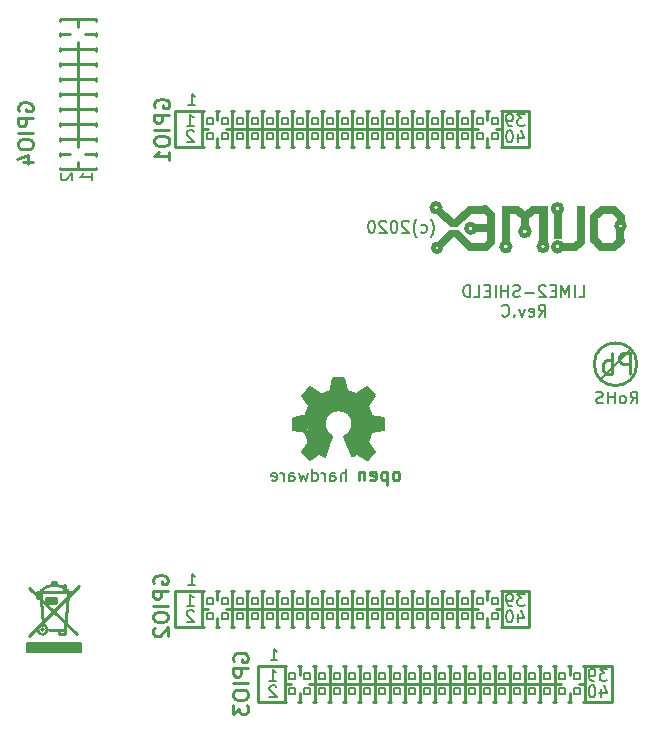
<source format=gbr>
%TF.GenerationSoftware,KiCad,Pcbnew,5.1.5+dfsg1-2build2*%
%TF.CreationDate,2020-06-30T13:18:29+03:00*%
%TF.ProjectId,Lime2-SHIELD_RevB,4c696d65-322d-4534-9849-454c445f5265,D*%
%TF.SameCoordinates,Original*%
%TF.FileFunction,Legend,Bot*%
%TF.FilePolarity,Positive*%
%FSLAX46Y46*%
G04 Gerber Fmt 4.6, Leading zero omitted, Abs format (unit mm)*
G04 Created by KiCad (PCBNEW 5.1.5+dfsg1-2build2) date 2020-06-30 13:18:29*
%MOMM*%
%LPD*%
G04 APERTURE LIST*
%ADD10C,0.150000*%
%ADD11C,0.254000*%
%ADD12C,0.127000*%
%ADD13C,0.200000*%
%ADD14C,1.000000*%
%ADD15C,0.370000*%
%ADD16C,0.380000*%
%ADD17C,0.400000*%
%ADD18C,0.420000*%
%ADD19C,0.100000*%
%ADD20C,0.700000*%
%ADD21C,0.500000*%
%ADD22C,0.180000*%
G04 APERTURE END LIST*
D10*
X163271057Y-74696580D02*
X163604390Y-74220390D01*
X163842485Y-74696580D02*
X163842485Y-73696580D01*
X163461533Y-73696580D01*
X163366295Y-73744200D01*
X163318676Y-73791819D01*
X163271057Y-73887057D01*
X163271057Y-74029914D01*
X163318676Y-74125152D01*
X163366295Y-74172771D01*
X163461533Y-74220390D01*
X163842485Y-74220390D01*
X162699628Y-74696580D02*
X162794866Y-74648961D01*
X162842485Y-74601342D01*
X162890104Y-74506104D01*
X162890104Y-74220390D01*
X162842485Y-74125152D01*
X162794866Y-74077533D01*
X162699628Y-74029914D01*
X162556771Y-74029914D01*
X162461533Y-74077533D01*
X162413914Y-74125152D01*
X162366295Y-74220390D01*
X162366295Y-74506104D01*
X162413914Y-74601342D01*
X162461533Y-74648961D01*
X162556771Y-74696580D01*
X162699628Y-74696580D01*
X161937723Y-74696580D02*
X161937723Y-73696580D01*
X161937723Y-74172771D02*
X161366295Y-74172771D01*
X161366295Y-74696580D02*
X161366295Y-73696580D01*
X160937723Y-74648961D02*
X160794866Y-74696580D01*
X160556771Y-74696580D01*
X160461533Y-74648961D01*
X160413914Y-74601342D01*
X160366295Y-74506104D01*
X160366295Y-74410866D01*
X160413914Y-74315628D01*
X160461533Y-74268009D01*
X160556771Y-74220390D01*
X160747247Y-74172771D01*
X160842485Y-74125152D01*
X160890104Y-74077533D01*
X160937723Y-73982295D01*
X160937723Y-73887057D01*
X160890104Y-73791819D01*
X160842485Y-73744200D01*
X160747247Y-73696580D01*
X160509152Y-73696580D01*
X160366295Y-73744200D01*
X146341790Y-60624933D02*
X146389409Y-60577314D01*
X146484647Y-60434457D01*
X146532266Y-60339219D01*
X146579885Y-60196361D01*
X146627504Y-59958266D01*
X146627504Y-59767790D01*
X146579885Y-59529695D01*
X146532266Y-59386838D01*
X146484647Y-59291600D01*
X146389409Y-59148742D01*
X146341790Y-59101123D01*
X145532266Y-60196361D02*
X145627504Y-60243980D01*
X145817980Y-60243980D01*
X145913219Y-60196361D01*
X145960838Y-60148742D01*
X146008457Y-60053504D01*
X146008457Y-59767790D01*
X145960838Y-59672552D01*
X145913219Y-59624933D01*
X145817980Y-59577314D01*
X145627504Y-59577314D01*
X145532266Y-59624933D01*
X145198933Y-60624933D02*
X145151314Y-60577314D01*
X145056076Y-60434457D01*
X145008457Y-60339219D01*
X144960838Y-60196361D01*
X144913219Y-59958266D01*
X144913219Y-59767790D01*
X144960838Y-59529695D01*
X145008457Y-59386838D01*
X145056076Y-59291600D01*
X145151314Y-59148742D01*
X145198933Y-59101123D01*
X144484647Y-59339219D02*
X144437028Y-59291600D01*
X144341790Y-59243980D01*
X144103695Y-59243980D01*
X144008457Y-59291600D01*
X143960838Y-59339219D01*
X143913219Y-59434457D01*
X143913219Y-59529695D01*
X143960838Y-59672552D01*
X144532266Y-60243980D01*
X143913219Y-60243980D01*
X143294171Y-59243980D02*
X143198933Y-59243980D01*
X143103695Y-59291600D01*
X143056076Y-59339219D01*
X143008457Y-59434457D01*
X142960838Y-59624933D01*
X142960838Y-59863028D01*
X143008457Y-60053504D01*
X143056076Y-60148742D01*
X143103695Y-60196361D01*
X143198933Y-60243980D01*
X143294171Y-60243980D01*
X143389409Y-60196361D01*
X143437028Y-60148742D01*
X143484647Y-60053504D01*
X143532266Y-59863028D01*
X143532266Y-59624933D01*
X143484647Y-59434457D01*
X143437028Y-59339219D01*
X143389409Y-59291600D01*
X143294171Y-59243980D01*
X142579885Y-59339219D02*
X142532266Y-59291600D01*
X142437028Y-59243980D01*
X142198933Y-59243980D01*
X142103695Y-59291600D01*
X142056076Y-59339219D01*
X142008457Y-59434457D01*
X142008457Y-59529695D01*
X142056076Y-59672552D01*
X142627504Y-60243980D01*
X142008457Y-60243980D01*
X141389409Y-59243980D02*
X141294171Y-59243980D01*
X141198933Y-59291600D01*
X141151314Y-59339219D01*
X141103695Y-59434457D01*
X141056076Y-59624933D01*
X141056076Y-59863028D01*
X141103695Y-60053504D01*
X141151314Y-60148742D01*
X141198933Y-60196361D01*
X141294171Y-60243980D01*
X141389409Y-60243980D01*
X141484647Y-60196361D01*
X141532266Y-60148742D01*
X141579885Y-60053504D01*
X141627504Y-59863028D01*
X141627504Y-59624933D01*
X141579885Y-59434457D01*
X141532266Y-59339219D01*
X141484647Y-59291600D01*
X141389409Y-59243980D01*
X158897057Y-65692780D02*
X159373247Y-65692780D01*
X159373247Y-64692780D01*
X158563723Y-65692780D02*
X158563723Y-64692780D01*
X158087533Y-65692780D02*
X158087533Y-64692780D01*
X157754200Y-65407066D01*
X157420866Y-64692780D01*
X157420866Y-65692780D01*
X156944676Y-65168971D02*
X156611342Y-65168971D01*
X156468485Y-65692780D02*
X156944676Y-65692780D01*
X156944676Y-64692780D01*
X156468485Y-64692780D01*
X156087533Y-64788019D02*
X156039914Y-64740400D01*
X155944676Y-64692780D01*
X155706580Y-64692780D01*
X155611342Y-64740400D01*
X155563723Y-64788019D01*
X155516104Y-64883257D01*
X155516104Y-64978495D01*
X155563723Y-65121352D01*
X156135152Y-65692780D01*
X155516104Y-65692780D01*
X155087533Y-65311828D02*
X154325628Y-65311828D01*
X153897057Y-65645161D02*
X153754200Y-65692780D01*
X153516104Y-65692780D01*
X153420866Y-65645161D01*
X153373247Y-65597542D01*
X153325628Y-65502304D01*
X153325628Y-65407066D01*
X153373247Y-65311828D01*
X153420866Y-65264209D01*
X153516104Y-65216590D01*
X153706580Y-65168971D01*
X153801819Y-65121352D01*
X153849438Y-65073733D01*
X153897057Y-64978495D01*
X153897057Y-64883257D01*
X153849438Y-64788019D01*
X153801819Y-64740400D01*
X153706580Y-64692780D01*
X153468485Y-64692780D01*
X153325628Y-64740400D01*
X152897057Y-65692780D02*
X152897057Y-64692780D01*
X152897057Y-65168971D02*
X152325628Y-65168971D01*
X152325628Y-65692780D02*
X152325628Y-64692780D01*
X151849438Y-65692780D02*
X151849438Y-64692780D01*
X151373247Y-65168971D02*
X151039914Y-65168971D01*
X150897057Y-65692780D02*
X151373247Y-65692780D01*
X151373247Y-64692780D01*
X150897057Y-64692780D01*
X149992295Y-65692780D02*
X150468485Y-65692780D01*
X150468485Y-64692780D01*
X149658961Y-65692780D02*
X149658961Y-64692780D01*
X149420866Y-64692780D01*
X149278009Y-64740400D01*
X149182771Y-64835638D01*
X149135152Y-64930876D01*
X149087533Y-65121352D01*
X149087533Y-65264209D01*
X149135152Y-65454685D01*
X149182771Y-65549923D01*
X149278009Y-65645161D01*
X149420866Y-65692780D01*
X149658961Y-65692780D01*
X155492295Y-67342780D02*
X155825628Y-66866590D01*
X156063723Y-67342780D02*
X156063723Y-66342780D01*
X155682771Y-66342780D01*
X155587533Y-66390400D01*
X155539914Y-66438019D01*
X155492295Y-66533257D01*
X155492295Y-66676114D01*
X155539914Y-66771352D01*
X155587533Y-66818971D01*
X155682771Y-66866590D01*
X156063723Y-66866590D01*
X154682771Y-67295161D02*
X154778009Y-67342780D01*
X154968485Y-67342780D01*
X155063723Y-67295161D01*
X155111342Y-67199923D01*
X155111342Y-66818971D01*
X155063723Y-66723733D01*
X154968485Y-66676114D01*
X154778009Y-66676114D01*
X154682771Y-66723733D01*
X154635152Y-66818971D01*
X154635152Y-66914209D01*
X155111342Y-67009447D01*
X154301819Y-66676114D02*
X154063723Y-67342780D01*
X153825628Y-66676114D01*
X153444676Y-67247542D02*
X153397057Y-67295161D01*
X153444676Y-67342780D01*
X153492295Y-67295161D01*
X153444676Y-67247542D01*
X153444676Y-67342780D01*
X152397057Y-67247542D02*
X152444676Y-67295161D01*
X152587533Y-67342780D01*
X152682771Y-67342780D01*
X152825628Y-67295161D01*
X152920866Y-67199923D01*
X152968485Y-67104685D01*
X153016104Y-66914209D01*
X153016104Y-66771352D01*
X152968485Y-66580876D01*
X152920866Y-66485638D01*
X152825628Y-66390400D01*
X152682771Y-66342780D01*
X152587533Y-66342780D01*
X152444676Y-66390400D01*
X152397057Y-66438019D01*
D11*
%TO.C,GPIO4*%
X117984000Y-54743000D02*
X117984000Y-54870000D01*
X117984000Y-54870000D02*
X116460000Y-54870000D01*
X116460000Y-54870000D02*
X114936000Y-54870000D01*
X114936000Y-54870000D02*
X114936000Y-54743000D01*
X117984000Y-42297000D02*
X117984000Y-42170000D01*
X117984000Y-42170000D02*
X116460000Y-42170000D01*
X116460000Y-42170000D02*
X114936000Y-42170000D01*
X114936000Y-42170000D02*
X114936000Y-42297000D01*
X116460000Y-54870000D02*
X116460000Y-54235000D01*
X116460000Y-52965000D02*
X116460000Y-52330000D01*
X116460000Y-52330000D02*
X116460000Y-51060000D01*
X116460000Y-51060000D02*
X116460000Y-49790000D01*
X116460000Y-49790000D02*
X116460000Y-48520000D01*
X116460000Y-48520000D02*
X116460000Y-47250000D01*
X116460000Y-47250000D02*
X116460000Y-45980000D01*
X116460000Y-45980000D02*
X116460000Y-44710000D01*
X116460000Y-44710000D02*
X116460000Y-44075000D01*
X116460000Y-42805000D02*
X116460000Y-42170000D01*
X114936000Y-53727000D02*
X114936000Y-53600000D01*
X114936000Y-53600000D02*
X114936000Y-53473000D01*
X114936000Y-52457000D02*
X114936000Y-52330000D01*
X114936000Y-52330000D02*
X114936000Y-52203000D01*
X114936000Y-51187000D02*
X114936000Y-51060000D01*
X114936000Y-51060000D02*
X114936000Y-50933000D01*
X114936000Y-49917000D02*
X114936000Y-49790000D01*
X114936000Y-49790000D02*
X114936000Y-49663000D01*
X114936000Y-48647000D02*
X114936000Y-48520000D01*
X114936000Y-48520000D02*
X114936000Y-48393000D01*
X114936000Y-47377000D02*
X114936000Y-47250000D01*
X114936000Y-47250000D02*
X114936000Y-47123000D01*
X114936000Y-46107000D02*
X114936000Y-45980000D01*
X114936000Y-45980000D02*
X114936000Y-45853000D01*
X114936000Y-44837000D02*
X114936000Y-44710000D01*
X114936000Y-44710000D02*
X114936000Y-44583000D01*
X114936000Y-43567000D02*
X114936000Y-43440000D01*
X114936000Y-43440000D02*
X114936000Y-43313000D01*
X117984000Y-43567000D02*
X117984000Y-43313000D01*
X117984000Y-44837000D02*
X117984000Y-44710000D01*
X117984000Y-44710000D02*
X117984000Y-44583000D01*
X117984000Y-46107000D02*
X117984000Y-45980000D01*
X117984000Y-45980000D02*
X117984000Y-45853000D01*
X117984000Y-47377000D02*
X117984000Y-47250000D01*
X117984000Y-47250000D02*
X117984000Y-47123000D01*
X117984000Y-48647000D02*
X117984000Y-48520000D01*
X117984000Y-48520000D02*
X117984000Y-48393000D01*
X117984000Y-49917000D02*
X117984000Y-49790000D01*
X117984000Y-49790000D02*
X117984000Y-49663000D01*
X117984000Y-51187000D02*
X117984000Y-51060000D01*
X117984000Y-51060000D02*
X117984000Y-50933000D01*
X117984000Y-52457000D02*
X117984000Y-52330000D01*
X117984000Y-52330000D02*
X117984000Y-52203000D01*
X117984000Y-53727000D02*
X117984000Y-53600000D01*
X117984000Y-53600000D02*
X117984000Y-53473000D01*
X114936000Y-53600000D02*
X115825000Y-53600000D01*
X114936000Y-52330000D02*
X116460000Y-52330000D01*
X114936000Y-51060000D02*
X116460000Y-51060000D01*
X114936000Y-49790000D02*
X116460000Y-49790000D01*
X114936000Y-48520000D02*
X116460000Y-48520000D01*
X114936000Y-47250000D02*
X116460000Y-47250000D01*
X114936000Y-45980000D02*
X116460000Y-45980000D01*
X114936000Y-44710000D02*
X116460000Y-44710000D01*
X117095000Y-53600000D02*
X117984000Y-53600000D01*
X116460000Y-52330000D02*
X117984000Y-52330000D01*
X116460000Y-51060000D02*
X117984000Y-51060000D01*
X116460000Y-49790000D02*
X117984000Y-49790000D01*
X116460000Y-48520000D02*
X117984000Y-48520000D01*
X116460000Y-47250000D02*
X117984000Y-47250000D01*
X116460000Y-45980000D02*
X117984000Y-45980000D01*
X116460000Y-44710000D02*
X117984000Y-44710000D01*
X114936000Y-43440000D02*
X115825000Y-43440000D01*
X117095000Y-43440000D02*
X117984000Y-43440000D01*
D12*
%TO.C,*%
X113614200Y-93853000D02*
G75*
G03X113614200Y-93853000I-127000J0D01*
G01*
D11*
X113360200Y-90551000D02*
G75*
G02X115646200Y-90551000I1143000J-1143000D01*
G01*
X114630200Y-89789000D02*
X114630200Y-89916000D01*
X114630200Y-89916000D02*
X114249200Y-89916000D01*
X114249200Y-89916000D02*
X114249200Y-89789000D01*
X114249200Y-89789000D02*
X114630200Y-89789000D01*
X114503200Y-91313000D02*
X113868200Y-91313000D01*
X114630200Y-91186000D02*
X113741200Y-91186000D01*
X113741200Y-91186000D02*
X113741200Y-91567000D01*
X113741200Y-91567000D02*
X114630200Y-91567000D01*
X114630200Y-91567000D02*
X114630200Y-91186000D01*
X113233200Y-91186000D02*
X113233200Y-90805000D01*
X113233200Y-90805000D02*
X113106200Y-90805000D01*
X113106200Y-90805000D02*
X113106200Y-91186000D01*
X113233200Y-90805000D02*
X113233200Y-90932000D01*
X113233200Y-90678000D02*
X113106200Y-91059000D01*
X113233200Y-90805000D02*
X113233200Y-90932000D01*
X113360200Y-90678000D02*
X113360200Y-91186000D01*
X113360200Y-91186000D02*
X112979200Y-91186000D01*
X112979200Y-91186000D02*
X112979200Y-90678000D01*
X115392200Y-90551000D02*
X115392200Y-90043000D01*
X115392200Y-90043000D02*
X115265200Y-90043000D01*
X115265200Y-90043000D02*
X115265200Y-90551000D01*
X113888809Y-93853000D02*
G75*
G03X113888809Y-93853000I-401609J0D01*
G01*
X113487200Y-93345000D02*
X113360200Y-91313000D01*
X115392200Y-93853000D02*
X115392200Y-94234000D01*
X115392200Y-94234000D02*
X114884200Y-94234000D01*
X114884200Y-94234000D02*
X114884200Y-93980000D01*
X115900200Y-90678000D02*
X112979200Y-90678000D01*
X115392200Y-93853000D02*
X115646200Y-90805000D01*
X115392200Y-93853000D02*
X113995200Y-93853000D01*
X116408200Y-94234000D02*
X112344200Y-90297000D01*
X116535200Y-90170000D02*
X112344200Y-94361000D01*
D10*
X116690400Y-95606400D02*
X112270800Y-95606400D01*
X112270800Y-95504800D02*
X116639600Y-95504800D01*
X116690400Y-95301600D02*
X112220000Y-95301600D01*
X116690400Y-95149200D02*
X112270800Y-95149200D01*
X112220000Y-95403200D02*
X116639600Y-95403200D01*
X112220000Y-95250800D02*
X116639600Y-95250800D01*
X116690400Y-95098400D02*
X112220000Y-95098400D01*
X112220000Y-94996800D02*
X116639600Y-94996800D01*
X112169200Y-95708000D02*
X116741200Y-95708000D01*
X116741200Y-95708000D02*
X116741200Y-94946000D01*
X116741200Y-94946000D02*
X112169200Y-94946000D01*
X112169200Y-94946000D02*
X112169200Y-95708000D01*
D13*
X160840420Y-72547480D02*
X163273740Y-70126860D01*
D11*
X163803437Y-71384160D02*
G75*
G03X163803437Y-71384160I-1802237J0D01*
G01*
D14*
X137393680Y-77597000D02*
X137060940Y-78328520D01*
X137393680Y-77688440D02*
X136212580Y-78701900D01*
X137279380Y-77551280D02*
X136662160Y-77878940D01*
X136959340Y-77132180D02*
X136349740Y-77238860D01*
X136123680Y-75973940D02*
X136845040Y-76121260D01*
X136364980Y-75280520D02*
X137020300Y-75646280D01*
X137233660Y-74411840D02*
X137652760Y-74998580D01*
X137820400Y-74160380D02*
X138041380Y-74846180D01*
X139085320Y-74145140D02*
X138917680Y-74754740D01*
X139519660Y-74404220D02*
X139344400Y-74762360D01*
X140517880Y-75181460D02*
X140060680Y-75471020D01*
X140693140Y-75661520D02*
X140251180Y-75821540D01*
X141018260Y-76906120D02*
X140312140Y-76779120D01*
X140769340Y-77551280D02*
X140205460Y-77071220D01*
X140103860Y-78450440D02*
X139738100Y-77688440D01*
X135313420Y-76398120D02*
X136781540Y-76484480D01*
X136304020Y-74213720D02*
X137416540Y-75280520D01*
X138569700Y-73157080D02*
X138564620Y-74670920D01*
X140830300Y-74132440D02*
X139768580Y-75239880D01*
X141815820Y-76418440D02*
X140398500Y-76357480D01*
X140779500Y-78623160D02*
X139926060Y-77602080D01*
D10*
X139763500Y-77193140D02*
X139456160Y-77459840D01*
X140093700Y-74279760D02*
X139110720Y-73787000D01*
X137914380Y-77784960D02*
X138036300Y-77500480D01*
X137777220Y-77330300D02*
X138031220Y-77495400D01*
X139278360Y-77327760D02*
X139052300Y-77503020D01*
X139646660Y-77213460D02*
X139387580Y-77551280D01*
X139870180Y-76992480D02*
X139776200Y-77162660D01*
X139870180Y-76992480D02*
X139776200Y-77162660D01*
X140007340Y-76139040D02*
X139875260Y-76962000D01*
X139583160Y-75402440D02*
X140002260Y-76133960D01*
X138711940Y-74973180D02*
X139583160Y-75402440D01*
X137896600Y-75140820D02*
X138711940Y-74980800D01*
X137386060Y-75570080D02*
X137896600Y-75140820D01*
X137152380Y-76243180D02*
X137386060Y-75570080D01*
X137157460Y-76748640D02*
X137157460Y-76230480D01*
X137533380Y-77459840D02*
X137157460Y-76748640D01*
X137711180Y-77581760D02*
X137533380Y-77459840D01*
X140982700Y-73560940D02*
X140098780Y-74282300D01*
X140738860Y-74914760D02*
X141340840Y-74005440D01*
X140743940Y-74909680D02*
X141130020Y-75907900D01*
X142273020Y-76177140D02*
X141157960Y-75930760D01*
X142130780Y-76121260D02*
X142130780Y-76771500D01*
X137754360Y-77523340D02*
X137226040Y-78905100D01*
X137363200Y-79202280D02*
X137749280Y-78221840D01*
X136834880Y-78874620D02*
X137363200Y-79202280D01*
X136151620Y-79207360D02*
X136972040Y-78679040D01*
X137015220Y-78902560D02*
X136138920Y-79522320D01*
X136128760Y-79517240D02*
X135445500Y-78826360D01*
X135732520Y-78742540D02*
X136217660Y-79273400D01*
X135699500Y-77106780D02*
X136080500Y-78087220D01*
X135803640Y-77139800D02*
X134680960Y-76928980D01*
X134665720Y-75951080D02*
X134668260Y-76908660D01*
X134749540Y-76692760D02*
X135856980Y-76916280D01*
X136052560Y-74922380D02*
X135686800Y-75791060D01*
X135437880Y-74041000D02*
X136141460Y-75031600D01*
X136136380Y-73342500D02*
X135442960Y-74033380D01*
X137152380Y-74018140D02*
X136141460Y-73345040D01*
X137838180Y-73632060D02*
X137033000Y-73969880D01*
X138054080Y-72542400D02*
X137828020Y-73713340D01*
X139019280Y-72542400D02*
X138054080Y-72542400D01*
X139029440Y-72550020D02*
X139230100Y-73576180D01*
X140017500Y-73944480D02*
X139113260Y-73566020D01*
X140952220Y-73296780D02*
X139981940Y-74013060D01*
X141638020Y-74013060D02*
X140964920Y-73299320D01*
X141617700Y-74048620D02*
X141023340Y-74902060D01*
X141356080Y-75732640D02*
X141020800Y-74899520D01*
X142425420Y-75930760D02*
X141254480Y-75727560D01*
X142422880Y-75933300D02*
X142422880Y-76918820D01*
X142422880Y-76926440D02*
X141351000Y-77122020D01*
X141660880Y-78833980D02*
X141063980Y-77970380D01*
X140931900Y-79529940D02*
X141653260Y-78836520D01*
X140098780Y-78958440D02*
X140924280Y-79522320D01*
X140086080Y-78968600D02*
X139740640Y-79189580D01*
X139702540Y-79171800D02*
X139052300Y-77503020D01*
D15*
X136136380Y-79362300D02*
X135582660Y-78816200D01*
X136202420Y-77922120D02*
X135582660Y-78808580D01*
X139458700Y-75524360D02*
G75*
G02X139382500Y-77378560I-965200J-889000D01*
G01*
X137507980Y-75697080D02*
G75*
G02X139433300Y-75498960I1061720J-863600D01*
G01*
X137888980Y-77546200D02*
G75*
G02X137518140Y-75681840I746760J1117600D01*
G01*
X137325100Y-78988920D02*
X137899140Y-77548740D01*
X136987280Y-78803500D02*
X137325100Y-78988920D01*
X136151620Y-79369920D02*
X136987280Y-78803500D01*
X135796020Y-77010260D02*
X136202420Y-77922120D01*
X134782560Y-76840080D02*
X135796020Y-77010260D01*
X134782560Y-76004420D02*
X134782560Y-76840080D01*
X135864600Y-75775820D02*
X134782560Y-76004420D01*
X136204960Y-74838560D02*
X135864600Y-75775820D01*
X135587740Y-74048620D02*
X136204960Y-74838560D01*
X136141460Y-73499980D02*
X135587740Y-74046080D01*
X137045700Y-74132440D02*
X136141460Y-73498000D01*
X137960100Y-73687940D02*
X137058400Y-74137520D01*
X138173460Y-72669400D02*
X137960100Y-73687940D01*
X138940540Y-72649080D02*
X138155680Y-72649080D01*
X138932920Y-72661780D02*
X139138660Y-73675240D01*
X140037820Y-74101960D02*
X139192000Y-73695560D01*
X140926820Y-73459340D02*
X140098780Y-74112120D01*
D16*
X141475460Y-74018140D02*
X140975080Y-73484740D01*
D15*
X141465300Y-74041000D02*
X140909040Y-74891900D01*
X141236700Y-75808840D02*
X140888720Y-74942700D01*
X142285720Y-76024740D02*
X141267180Y-75844400D01*
D16*
X142273020Y-76037440D02*
X142278100Y-76824840D01*
D15*
X142283180Y-76814680D02*
X141333220Y-77033120D01*
X141305280Y-77055980D02*
X140947140Y-77939900D01*
X141480540Y-78816200D02*
X140947140Y-77983080D01*
D16*
X141495780Y-78816200D02*
X140931900Y-79354680D01*
D17*
X140919200Y-79354680D02*
X140139420Y-78823820D01*
D15*
X140129260Y-78806040D02*
X139811760Y-79011780D01*
D18*
X139783820Y-78991460D02*
X139232640Y-77569060D01*
D19*
X151015700Y-57962800D02*
X149644100Y-57962800D01*
X149644100Y-57962800D02*
X149593300Y-57962800D01*
X149593300Y-57962800D02*
X148336000Y-59207400D01*
X152539700Y-58077100D02*
X152438100Y-58077100D01*
X152387300Y-58013600D02*
X152387300Y-58000900D01*
X152387300Y-58000900D02*
X153682700Y-58000900D01*
X153682700Y-58000900D02*
X153708100Y-58000900D01*
X153708100Y-58000900D02*
X154330400Y-58496200D01*
X152387300Y-61023500D02*
X152387300Y-58013600D01*
X156044900Y-58064400D02*
X156121100Y-58064400D01*
X156197300Y-58000900D02*
X154952700Y-58000900D01*
X154952700Y-58000900D02*
X154368500Y-58483500D01*
X156197300Y-60998100D02*
X156197300Y-58013600D01*
X156933900Y-60591700D02*
X156845000Y-60591700D01*
X157276800Y-60591700D02*
X157340300Y-60591700D01*
X157416500Y-60655200D02*
X156806900Y-60655200D01*
X156806900Y-60655200D02*
X156781500Y-60655200D01*
X156781500Y-60655200D02*
X156781500Y-58635900D01*
X157416500Y-58635900D02*
X157416500Y-60655200D01*
X158915100Y-58026300D02*
X158800800Y-58026300D01*
X159042100Y-57950100D02*
X158737300Y-57950100D01*
X158737300Y-57950100D02*
X158737300Y-60985400D01*
X159219900Y-58039000D02*
X159283400Y-58026300D01*
X159334200Y-57950100D02*
X159346900Y-57950100D01*
X159346900Y-57950100D02*
X159359600Y-57950100D01*
X159359600Y-57950100D02*
X159359600Y-61099700D01*
X159054800Y-57950100D02*
X159334200Y-57950100D01*
D20*
X159054800Y-61023500D02*
X159054800Y-58293000D01*
X152717500Y-58305700D02*
X152717500Y-60909200D01*
X160832800Y-58293000D02*
X161836100Y-58293000D01*
X160210500Y-58902600D02*
X160210500Y-60833000D01*
X162433000Y-58940700D02*
X162433000Y-59182000D01*
X162433000Y-60909200D02*
X161848800Y-61480700D01*
X162420300Y-60921900D02*
X162420300Y-60159900D01*
X161861500Y-61480700D02*
X160820100Y-61480700D01*
D17*
X150092659Y-59867800D02*
G75*
G03X150092659Y-59867800I-359659J0D01*
G01*
D20*
X150241000Y-59867800D02*
X151460200Y-59867800D01*
D17*
X147158735Y-58127900D02*
G75*
G03X147158735Y-58127900I-359435J0D01*
G01*
D20*
X147167600Y-58483500D02*
X148031200Y-59377200D01*
D21*
X148590000Y-59474100D02*
X148031200Y-59474100D01*
D20*
X149707600Y-58293000D02*
X148615400Y-59359800D01*
X150929500Y-58293000D02*
X149707600Y-58293000D01*
X151460200Y-58775600D02*
X150977600Y-58267600D01*
X151460200Y-58801000D02*
X151460200Y-61036200D01*
X151460200Y-61036200D02*
X151028400Y-61468000D01*
X151028400Y-61468000D02*
X149707600Y-61468000D01*
X149707600Y-61468000D02*
X148564600Y-60350400D01*
D21*
X148564600Y-60248800D02*
X148031200Y-60248800D01*
D20*
X147218400Y-61163200D02*
X148056600Y-60350400D01*
D17*
X147217666Y-61518800D02*
G75*
G03X147217666Y-61518800I-329466J0D01*
G01*
X153080729Y-61429900D02*
G75*
G03X153080729Y-61429900I-363229J0D01*
G01*
D20*
X153619200Y-58318400D02*
X152730200Y-58318400D01*
D17*
X154701318Y-60147200D02*
G75*
G03X154701318Y-60147200I-370918J0D01*
G01*
D20*
X154254200Y-58826400D02*
X153619200Y-58318400D01*
X154330400Y-59613800D02*
X154330400Y-58902600D01*
X155041600Y-58318400D02*
X154432000Y-58826400D01*
X155879800Y-58318400D02*
X155041600Y-58318400D01*
X155879800Y-60909200D02*
X155879800Y-58318400D01*
D17*
X156226759Y-61417200D02*
G75*
G03X156226759Y-61417200I-359659J0D01*
G01*
X157459818Y-58216800D02*
G75*
G03X157459818Y-58216800I-373518J0D01*
G01*
D20*
X157099000Y-58750200D02*
X157099000Y-60350400D01*
D17*
X157465324Y-61442600D02*
G75*
G03X157465324Y-61442600I-366324J0D01*
G01*
D20*
X157611800Y-61468000D02*
X158597600Y-61468000D01*
X158597600Y-61468000D02*
X159054800Y-61010800D01*
X160223200Y-60871100D02*
X160782000Y-61455300D01*
X160832800Y-58305700D02*
X160197800Y-58915300D01*
X162433000Y-58889900D02*
X161925000Y-58381900D01*
D17*
X162757747Y-59664600D02*
G75*
G03X162757747Y-59664600I-337447J0D01*
G01*
D11*
%TO.C,GPIO1*%
X154686000Y-49911000D02*
X152400000Y-49911000D01*
X152400000Y-52959000D02*
X154686000Y-52959000D01*
X124714000Y-49911000D02*
X127000000Y-49911000D01*
X127000000Y-52959000D02*
X124714000Y-52959000D01*
X154686000Y-52959000D02*
X154686000Y-49911000D01*
X124714000Y-52959000D02*
X124714000Y-49911000D01*
X151130000Y-52197000D02*
X151130000Y-52959000D01*
X151130000Y-49911000D02*
X151130000Y-50673000D01*
X149860000Y-51435000D02*
X149860000Y-52959000D01*
X148590000Y-51435000D02*
X148590000Y-52959000D01*
X147320000Y-51435000D02*
X147320000Y-52959000D01*
X146050000Y-51435000D02*
X146050000Y-52959000D01*
X144780000Y-51435000D02*
X144780000Y-52959000D01*
X143510000Y-51435000D02*
X143510000Y-52959000D01*
X142240000Y-51435000D02*
X142240000Y-52959000D01*
X140970000Y-51435000D02*
X140970000Y-52959000D01*
X149860000Y-49911000D02*
X149860000Y-51435000D01*
X148590000Y-49911000D02*
X148590000Y-51435000D01*
X147320000Y-49911000D02*
X147320000Y-51435000D01*
X146050000Y-49911000D02*
X146050000Y-51435000D01*
X144780000Y-49911000D02*
X144780000Y-51435000D01*
X143510000Y-49911000D02*
X143510000Y-51435000D01*
X142240000Y-49911000D02*
X142240000Y-51435000D01*
X140970000Y-49911000D02*
X140970000Y-51435000D01*
X140970000Y-52959000D02*
X141097000Y-52959000D01*
X140843000Y-52959000D02*
X140970000Y-52959000D01*
X142240000Y-52959000D02*
X142367000Y-52959000D01*
X142113000Y-52959000D02*
X142240000Y-52959000D01*
X143510000Y-52959000D02*
X143637000Y-52959000D01*
X143383000Y-52959000D02*
X143510000Y-52959000D01*
X144780000Y-52959000D02*
X144907000Y-52959000D01*
X144653000Y-52959000D02*
X144780000Y-52959000D01*
X146050000Y-52959000D02*
X146177000Y-52959000D01*
X145923000Y-52959000D02*
X146050000Y-52959000D01*
X147320000Y-52959000D02*
X147447000Y-52959000D01*
X147193000Y-52959000D02*
X147320000Y-52959000D01*
X148590000Y-52959000D02*
X148717000Y-52959000D01*
X148463000Y-52959000D02*
X148590000Y-52959000D01*
X149860000Y-52959000D02*
X149987000Y-52959000D01*
X149733000Y-52959000D02*
X149860000Y-52959000D01*
X151003000Y-52959000D02*
X151257000Y-52959000D01*
X151130000Y-49911000D02*
X151257000Y-49911000D01*
X151003000Y-49911000D02*
X151130000Y-49911000D01*
X149860000Y-49911000D02*
X149987000Y-49911000D01*
X149733000Y-49911000D02*
X149860000Y-49911000D01*
X148590000Y-49911000D02*
X148717000Y-49911000D01*
X148463000Y-49911000D02*
X148590000Y-49911000D01*
X147320000Y-49911000D02*
X147447000Y-49911000D01*
X147193000Y-49911000D02*
X147320000Y-49911000D01*
X146050000Y-49911000D02*
X146177000Y-49911000D01*
X145923000Y-49911000D02*
X146050000Y-49911000D01*
X144780000Y-49911000D02*
X144907000Y-49911000D01*
X144653000Y-49911000D02*
X144780000Y-49911000D01*
X143510000Y-49911000D02*
X143637000Y-49911000D01*
X143383000Y-49911000D02*
X143510000Y-49911000D01*
X142240000Y-49911000D02*
X142367000Y-49911000D01*
X142113000Y-49911000D02*
X142240000Y-49911000D01*
X140970000Y-49911000D02*
X141097000Y-49911000D01*
X140843000Y-49911000D02*
X140970000Y-49911000D01*
X151892000Y-51435000D02*
X152400000Y-51435000D01*
X149860000Y-51435000D02*
X150368000Y-51435000D01*
X148590000Y-51435000D02*
X149860000Y-51435000D01*
X147320000Y-51435000D02*
X148590000Y-51435000D01*
X146050000Y-51435000D02*
X147320000Y-51435000D01*
X144780000Y-51435000D02*
X146050000Y-51435000D01*
X143510000Y-51435000D02*
X144780000Y-51435000D01*
X142240000Y-51435000D02*
X143510000Y-51435000D01*
X140970000Y-51435000D02*
X142240000Y-51435000D01*
X139700000Y-51435000D02*
X140970000Y-51435000D01*
X152400000Y-49911000D02*
X152273000Y-49911000D01*
X152400000Y-51435000D02*
X152400000Y-49911000D01*
X152400000Y-52959000D02*
X152400000Y-51435000D01*
X152273000Y-52959000D02*
X152400000Y-52959000D01*
X139700000Y-49911000D02*
X139827000Y-49911000D01*
X139827000Y-52959000D02*
X139700000Y-52959000D01*
D12*
X151511000Y-50546000D02*
X151511000Y-51054000D01*
X151511000Y-51054000D02*
X152019000Y-51054000D01*
X152019000Y-50546000D02*
X152019000Y-51054000D01*
X151511000Y-50546000D02*
X152019000Y-50546000D01*
X150241000Y-50546000D02*
X150241000Y-51054000D01*
X150241000Y-51054000D02*
X150749000Y-51054000D01*
X150749000Y-50546000D02*
X150749000Y-51054000D01*
X150241000Y-50546000D02*
X150749000Y-50546000D01*
X148971000Y-50546000D02*
X148971000Y-51054000D01*
X148971000Y-51054000D02*
X149479000Y-51054000D01*
X149479000Y-50546000D02*
X149479000Y-51054000D01*
X148971000Y-50546000D02*
X149479000Y-50546000D01*
X147701000Y-50546000D02*
X147701000Y-51054000D01*
X147701000Y-51054000D02*
X148209000Y-51054000D01*
X148209000Y-50546000D02*
X148209000Y-51054000D01*
X147701000Y-50546000D02*
X148209000Y-50546000D01*
X146431000Y-50546000D02*
X146431000Y-51054000D01*
X146431000Y-51054000D02*
X146939000Y-51054000D01*
X146939000Y-50546000D02*
X146939000Y-51054000D01*
X146431000Y-50546000D02*
X146939000Y-50546000D01*
X145161000Y-50546000D02*
X145161000Y-51054000D01*
X145161000Y-51054000D02*
X145669000Y-51054000D01*
X145669000Y-50546000D02*
X145669000Y-51054000D01*
X145161000Y-50546000D02*
X145669000Y-50546000D01*
X143891000Y-50546000D02*
X143891000Y-51054000D01*
X143891000Y-51054000D02*
X144399000Y-51054000D01*
X144399000Y-50546000D02*
X144399000Y-51054000D01*
X143891000Y-50546000D02*
X144399000Y-50546000D01*
X142621000Y-50546000D02*
X142621000Y-51054000D01*
X142621000Y-51054000D02*
X143129000Y-51054000D01*
X143129000Y-50546000D02*
X143129000Y-51054000D01*
X142621000Y-50546000D02*
X143129000Y-50546000D01*
X141351000Y-50546000D02*
X141351000Y-51054000D01*
X141351000Y-51054000D02*
X141859000Y-51054000D01*
X141859000Y-50546000D02*
X141859000Y-51054000D01*
X141351000Y-50546000D02*
X141859000Y-50546000D01*
X140081000Y-50546000D02*
X140081000Y-51054000D01*
X140081000Y-51054000D02*
X140589000Y-51054000D01*
X140589000Y-50546000D02*
X140589000Y-51054000D01*
X140081000Y-50546000D02*
X140589000Y-50546000D01*
X151511000Y-51816000D02*
X151511000Y-52324000D01*
X151511000Y-52324000D02*
X152019000Y-52324000D01*
X152019000Y-51816000D02*
X152019000Y-52324000D01*
X151511000Y-51816000D02*
X152019000Y-51816000D01*
X150241000Y-51816000D02*
X150241000Y-52324000D01*
X150241000Y-52324000D02*
X150749000Y-52324000D01*
X150749000Y-51816000D02*
X150749000Y-52324000D01*
X150241000Y-51816000D02*
X150749000Y-51816000D01*
X148971000Y-51816000D02*
X148971000Y-52324000D01*
X148971000Y-52324000D02*
X149479000Y-52324000D01*
X149479000Y-51816000D02*
X149479000Y-52324000D01*
X148971000Y-51816000D02*
X149479000Y-51816000D01*
X147701000Y-51816000D02*
X147701000Y-52324000D01*
X147701000Y-52324000D02*
X148209000Y-52324000D01*
X148209000Y-51816000D02*
X148209000Y-52324000D01*
X147701000Y-51816000D02*
X148209000Y-51816000D01*
X146431000Y-51816000D02*
X146431000Y-52324000D01*
X146431000Y-52324000D02*
X146939000Y-52324000D01*
X146939000Y-51816000D02*
X146939000Y-52324000D01*
X146431000Y-51816000D02*
X146939000Y-51816000D01*
X145161000Y-51816000D02*
X145161000Y-52324000D01*
X145161000Y-52324000D02*
X145669000Y-52324000D01*
X145669000Y-51816000D02*
X145669000Y-52324000D01*
X145161000Y-51816000D02*
X145669000Y-51816000D01*
X143891000Y-51816000D02*
X143891000Y-52324000D01*
X143891000Y-52324000D02*
X144399000Y-52324000D01*
X144399000Y-51816000D02*
X144399000Y-52324000D01*
X143891000Y-51816000D02*
X144399000Y-51816000D01*
X142621000Y-51816000D02*
X142621000Y-52324000D01*
X142621000Y-52324000D02*
X143129000Y-52324000D01*
X143129000Y-51816000D02*
X143129000Y-52324000D01*
X142621000Y-51816000D02*
X143129000Y-51816000D01*
X141351000Y-51816000D02*
X141351000Y-52324000D01*
X141351000Y-52324000D02*
X141859000Y-52324000D01*
X141859000Y-51816000D02*
X141859000Y-52324000D01*
X141351000Y-51816000D02*
X141859000Y-51816000D01*
X140081000Y-51816000D02*
X140081000Y-52324000D01*
X140081000Y-52324000D02*
X140589000Y-52324000D01*
X140589000Y-51816000D02*
X140589000Y-52324000D01*
X140081000Y-51816000D02*
X140589000Y-51816000D01*
X127381000Y-51816000D02*
X127889000Y-51816000D01*
X127889000Y-51816000D02*
X127889000Y-52324000D01*
X127381000Y-52324000D02*
X127889000Y-52324000D01*
X127381000Y-51816000D02*
X127381000Y-52324000D01*
X128651000Y-51816000D02*
X129159000Y-51816000D01*
X129159000Y-51816000D02*
X129159000Y-52324000D01*
X128651000Y-52324000D02*
X129159000Y-52324000D01*
X128651000Y-51816000D02*
X128651000Y-52324000D01*
X129921000Y-51816000D02*
X130429000Y-51816000D01*
X130429000Y-51816000D02*
X130429000Y-52324000D01*
X129921000Y-52324000D02*
X130429000Y-52324000D01*
X129921000Y-51816000D02*
X129921000Y-52324000D01*
X131191000Y-51816000D02*
X131699000Y-51816000D01*
X131699000Y-51816000D02*
X131699000Y-52324000D01*
X131191000Y-52324000D02*
X131699000Y-52324000D01*
X131191000Y-51816000D02*
X131191000Y-52324000D01*
X132461000Y-51816000D02*
X132969000Y-51816000D01*
X132969000Y-51816000D02*
X132969000Y-52324000D01*
X132461000Y-52324000D02*
X132969000Y-52324000D01*
X132461000Y-51816000D02*
X132461000Y-52324000D01*
X133731000Y-51816000D02*
X134239000Y-51816000D01*
X134239000Y-51816000D02*
X134239000Y-52324000D01*
X133731000Y-52324000D02*
X134239000Y-52324000D01*
X133731000Y-51816000D02*
X133731000Y-52324000D01*
X135001000Y-51816000D02*
X135509000Y-51816000D01*
X135509000Y-51816000D02*
X135509000Y-52324000D01*
X135001000Y-52324000D02*
X135509000Y-52324000D01*
X135001000Y-51816000D02*
X135001000Y-52324000D01*
X136271000Y-51816000D02*
X136779000Y-51816000D01*
X136779000Y-51816000D02*
X136779000Y-52324000D01*
X136271000Y-52324000D02*
X136779000Y-52324000D01*
X136271000Y-51816000D02*
X136271000Y-52324000D01*
X137541000Y-51816000D02*
X138049000Y-51816000D01*
X138049000Y-51816000D02*
X138049000Y-52324000D01*
X137541000Y-52324000D02*
X138049000Y-52324000D01*
X137541000Y-51816000D02*
X137541000Y-52324000D01*
X138811000Y-51816000D02*
X139319000Y-51816000D01*
X139319000Y-51816000D02*
X139319000Y-52324000D01*
X138811000Y-52324000D02*
X139319000Y-52324000D01*
X138811000Y-51816000D02*
X138811000Y-52324000D01*
X127381000Y-50546000D02*
X127889000Y-50546000D01*
X127889000Y-50546000D02*
X127889000Y-51054000D01*
X127381000Y-51054000D02*
X127889000Y-51054000D01*
X127381000Y-50546000D02*
X127381000Y-51054000D01*
X128651000Y-50546000D02*
X129159000Y-50546000D01*
X129159000Y-50546000D02*
X129159000Y-51054000D01*
X128651000Y-51054000D02*
X129159000Y-51054000D01*
X128651000Y-50546000D02*
X128651000Y-51054000D01*
X129921000Y-50546000D02*
X130429000Y-50546000D01*
X130429000Y-50546000D02*
X130429000Y-51054000D01*
X129921000Y-51054000D02*
X130429000Y-51054000D01*
X129921000Y-50546000D02*
X129921000Y-51054000D01*
X131191000Y-50546000D02*
X131699000Y-50546000D01*
X131699000Y-50546000D02*
X131699000Y-51054000D01*
X131191000Y-51054000D02*
X131699000Y-51054000D01*
X131191000Y-50546000D02*
X131191000Y-51054000D01*
X132461000Y-50546000D02*
X132969000Y-50546000D01*
X132969000Y-50546000D02*
X132969000Y-51054000D01*
X132461000Y-51054000D02*
X132969000Y-51054000D01*
X132461000Y-50546000D02*
X132461000Y-51054000D01*
X133731000Y-50546000D02*
X134239000Y-50546000D01*
X134239000Y-50546000D02*
X134239000Y-51054000D01*
X133731000Y-51054000D02*
X134239000Y-51054000D01*
X133731000Y-50546000D02*
X133731000Y-51054000D01*
X135001000Y-50546000D02*
X135509000Y-50546000D01*
X135509000Y-50546000D02*
X135509000Y-51054000D01*
X135001000Y-51054000D02*
X135509000Y-51054000D01*
X135001000Y-50546000D02*
X135001000Y-51054000D01*
X136271000Y-50546000D02*
X136779000Y-50546000D01*
X136779000Y-50546000D02*
X136779000Y-51054000D01*
X136271000Y-51054000D02*
X136779000Y-51054000D01*
X136271000Y-50546000D02*
X136271000Y-51054000D01*
X137541000Y-50546000D02*
X138049000Y-50546000D01*
X138049000Y-50546000D02*
X138049000Y-51054000D01*
X137541000Y-51054000D02*
X138049000Y-51054000D01*
X137541000Y-50546000D02*
X137541000Y-51054000D01*
X138811000Y-50546000D02*
X139319000Y-50546000D01*
X139319000Y-50546000D02*
X139319000Y-51054000D01*
X138811000Y-51054000D02*
X139319000Y-51054000D01*
X138811000Y-50546000D02*
X138811000Y-51054000D01*
D11*
X127127000Y-52959000D02*
X127000000Y-52959000D01*
X127000000Y-52959000D02*
X127000000Y-51435000D01*
X127000000Y-51435000D02*
X127000000Y-49911000D01*
X127000000Y-49911000D02*
X127127000Y-49911000D01*
X139573000Y-52959000D02*
X139700000Y-52959000D01*
X139700000Y-52959000D02*
X139700000Y-51435000D01*
X139700000Y-51435000D02*
X139700000Y-49911000D01*
X139700000Y-49911000D02*
X139573000Y-49911000D01*
X127000000Y-51435000D02*
X127508000Y-51435000D01*
X129032000Y-51435000D02*
X129540000Y-51435000D01*
X129540000Y-51435000D02*
X130810000Y-51435000D01*
X130810000Y-51435000D02*
X132080000Y-51435000D01*
X132080000Y-51435000D02*
X133350000Y-51435000D01*
X133350000Y-51435000D02*
X134620000Y-51435000D01*
X134620000Y-51435000D02*
X135890000Y-51435000D01*
X135890000Y-51435000D02*
X137160000Y-51435000D01*
X137160000Y-51435000D02*
X138430000Y-51435000D01*
X138430000Y-51435000D02*
X139700000Y-51435000D01*
X128143000Y-49911000D02*
X128270000Y-49911000D01*
X128270000Y-49911000D02*
X128397000Y-49911000D01*
X129413000Y-49911000D02*
X129540000Y-49911000D01*
X129540000Y-49911000D02*
X129667000Y-49911000D01*
X130683000Y-49911000D02*
X130810000Y-49911000D01*
X130810000Y-49911000D02*
X130937000Y-49911000D01*
X131953000Y-49911000D02*
X132080000Y-49911000D01*
X132080000Y-49911000D02*
X132207000Y-49911000D01*
X133223000Y-49911000D02*
X133350000Y-49911000D01*
X133350000Y-49911000D02*
X133477000Y-49911000D01*
X134493000Y-49911000D02*
X134620000Y-49911000D01*
X134620000Y-49911000D02*
X134747000Y-49911000D01*
X135763000Y-49911000D02*
X135890000Y-49911000D01*
X135890000Y-49911000D02*
X136017000Y-49911000D01*
X137033000Y-49911000D02*
X137160000Y-49911000D01*
X137160000Y-49911000D02*
X137287000Y-49911000D01*
X138303000Y-49911000D02*
X138430000Y-49911000D01*
X138430000Y-49911000D02*
X138557000Y-49911000D01*
X138303000Y-52959000D02*
X138557000Y-52959000D01*
X137033000Y-52959000D02*
X137160000Y-52959000D01*
X137160000Y-52959000D02*
X137287000Y-52959000D01*
X135763000Y-52959000D02*
X135890000Y-52959000D01*
X135890000Y-52959000D02*
X136017000Y-52959000D01*
X134493000Y-52959000D02*
X134620000Y-52959000D01*
X134620000Y-52959000D02*
X134747000Y-52959000D01*
X133223000Y-52959000D02*
X133350000Y-52959000D01*
X133350000Y-52959000D02*
X133477000Y-52959000D01*
X131953000Y-52959000D02*
X132080000Y-52959000D01*
X132080000Y-52959000D02*
X132207000Y-52959000D01*
X130683000Y-52959000D02*
X130810000Y-52959000D01*
X130810000Y-52959000D02*
X130937000Y-52959000D01*
X129413000Y-52959000D02*
X129540000Y-52959000D01*
X129540000Y-52959000D02*
X129667000Y-52959000D01*
X128143000Y-52959000D02*
X128270000Y-52959000D01*
X128270000Y-52959000D02*
X128397000Y-52959000D01*
X128270000Y-49911000D02*
X128270000Y-50673000D01*
X129540000Y-49911000D02*
X129540000Y-51435000D01*
X130810000Y-49911000D02*
X130810000Y-51435000D01*
X132080000Y-49911000D02*
X132080000Y-51435000D01*
X133350000Y-49911000D02*
X133350000Y-51435000D01*
X134620000Y-49911000D02*
X134620000Y-51435000D01*
X135890000Y-49911000D02*
X135890000Y-51435000D01*
X137160000Y-49911000D02*
X137160000Y-51435000D01*
X128270000Y-52197000D02*
X128270000Y-52959000D01*
X129540000Y-51435000D02*
X129540000Y-52959000D01*
X130810000Y-51435000D02*
X130810000Y-52959000D01*
X132080000Y-51435000D02*
X132080000Y-52959000D01*
X133350000Y-51435000D02*
X133350000Y-52959000D01*
X134620000Y-51435000D02*
X134620000Y-52959000D01*
X135890000Y-51435000D02*
X135890000Y-52959000D01*
X137160000Y-51435000D02*
X137160000Y-52959000D01*
X138430000Y-49911000D02*
X138430000Y-51435000D01*
X138430000Y-51435000D02*
X138430000Y-52959000D01*
%TO.C,GPIO3*%
X161671000Y-96901000D02*
X159385000Y-96901000D01*
X159385000Y-99949000D02*
X161671000Y-99949000D01*
X131699000Y-96901000D02*
X133985000Y-96901000D01*
X133985000Y-99949000D02*
X131699000Y-99949000D01*
X161671000Y-99949000D02*
X161671000Y-96901000D01*
X131699000Y-99949000D02*
X131699000Y-96901000D01*
X158115000Y-99187000D02*
X158115000Y-99949000D01*
X158115000Y-96901000D02*
X158115000Y-97663000D01*
X156845000Y-98425000D02*
X156845000Y-99949000D01*
X155575000Y-98425000D02*
X155575000Y-99949000D01*
X154305000Y-98425000D02*
X154305000Y-99949000D01*
X153035000Y-98425000D02*
X153035000Y-99949000D01*
X151765000Y-98425000D02*
X151765000Y-99949000D01*
X150495000Y-98425000D02*
X150495000Y-99949000D01*
X149225000Y-98425000D02*
X149225000Y-99949000D01*
X147955000Y-98425000D02*
X147955000Y-99949000D01*
X156845000Y-96901000D02*
X156845000Y-98425000D01*
X155575000Y-96901000D02*
X155575000Y-98425000D01*
X154305000Y-96901000D02*
X154305000Y-98425000D01*
X153035000Y-96901000D02*
X153035000Y-98425000D01*
X151765000Y-96901000D02*
X151765000Y-98425000D01*
X150495000Y-96901000D02*
X150495000Y-98425000D01*
X149225000Y-96901000D02*
X149225000Y-98425000D01*
X147955000Y-96901000D02*
X147955000Y-98425000D01*
X147955000Y-99949000D02*
X148082000Y-99949000D01*
X147828000Y-99949000D02*
X147955000Y-99949000D01*
X149225000Y-99949000D02*
X149352000Y-99949000D01*
X149098000Y-99949000D02*
X149225000Y-99949000D01*
X150495000Y-99949000D02*
X150622000Y-99949000D01*
X150368000Y-99949000D02*
X150495000Y-99949000D01*
X151765000Y-99949000D02*
X151892000Y-99949000D01*
X151638000Y-99949000D02*
X151765000Y-99949000D01*
X153035000Y-99949000D02*
X153162000Y-99949000D01*
X152908000Y-99949000D02*
X153035000Y-99949000D01*
X154305000Y-99949000D02*
X154432000Y-99949000D01*
X154178000Y-99949000D02*
X154305000Y-99949000D01*
X155575000Y-99949000D02*
X155702000Y-99949000D01*
X155448000Y-99949000D02*
X155575000Y-99949000D01*
X156845000Y-99949000D02*
X156972000Y-99949000D01*
X156718000Y-99949000D02*
X156845000Y-99949000D01*
X157988000Y-99949000D02*
X158242000Y-99949000D01*
X158115000Y-96901000D02*
X158242000Y-96901000D01*
X157988000Y-96901000D02*
X158115000Y-96901000D01*
X156845000Y-96901000D02*
X156972000Y-96901000D01*
X156718000Y-96901000D02*
X156845000Y-96901000D01*
X155575000Y-96901000D02*
X155702000Y-96901000D01*
X155448000Y-96901000D02*
X155575000Y-96901000D01*
X154305000Y-96901000D02*
X154432000Y-96901000D01*
X154178000Y-96901000D02*
X154305000Y-96901000D01*
X153035000Y-96901000D02*
X153162000Y-96901000D01*
X152908000Y-96901000D02*
X153035000Y-96901000D01*
X151765000Y-96901000D02*
X151892000Y-96901000D01*
X151638000Y-96901000D02*
X151765000Y-96901000D01*
X150495000Y-96901000D02*
X150622000Y-96901000D01*
X150368000Y-96901000D02*
X150495000Y-96901000D01*
X149225000Y-96901000D02*
X149352000Y-96901000D01*
X149098000Y-96901000D02*
X149225000Y-96901000D01*
X147955000Y-96901000D02*
X148082000Y-96901000D01*
X147828000Y-96901000D02*
X147955000Y-96901000D01*
X158877000Y-98425000D02*
X159385000Y-98425000D01*
X156845000Y-98425000D02*
X157353000Y-98425000D01*
X155575000Y-98425000D02*
X156845000Y-98425000D01*
X154305000Y-98425000D02*
X155575000Y-98425000D01*
X153035000Y-98425000D02*
X154305000Y-98425000D01*
X151765000Y-98425000D02*
X153035000Y-98425000D01*
X150495000Y-98425000D02*
X151765000Y-98425000D01*
X149225000Y-98425000D02*
X150495000Y-98425000D01*
X147955000Y-98425000D02*
X149225000Y-98425000D01*
X146685000Y-98425000D02*
X147955000Y-98425000D01*
X159385000Y-96901000D02*
X159258000Y-96901000D01*
X159385000Y-98425000D02*
X159385000Y-96901000D01*
X159385000Y-99949000D02*
X159385000Y-98425000D01*
X159258000Y-99949000D02*
X159385000Y-99949000D01*
X146685000Y-96901000D02*
X146812000Y-96901000D01*
X146812000Y-99949000D02*
X146685000Y-99949000D01*
D12*
X158496000Y-97536000D02*
X158496000Y-98044000D01*
X158496000Y-98044000D02*
X159004000Y-98044000D01*
X159004000Y-97536000D02*
X159004000Y-98044000D01*
X158496000Y-97536000D02*
X159004000Y-97536000D01*
X157226000Y-97536000D02*
X157226000Y-98044000D01*
X157226000Y-98044000D02*
X157734000Y-98044000D01*
X157734000Y-97536000D02*
X157734000Y-98044000D01*
X157226000Y-97536000D02*
X157734000Y-97536000D01*
X155956000Y-97536000D02*
X155956000Y-98044000D01*
X155956000Y-98044000D02*
X156464000Y-98044000D01*
X156464000Y-97536000D02*
X156464000Y-98044000D01*
X155956000Y-97536000D02*
X156464000Y-97536000D01*
X154686000Y-97536000D02*
X154686000Y-98044000D01*
X154686000Y-98044000D02*
X155194000Y-98044000D01*
X155194000Y-97536000D02*
X155194000Y-98044000D01*
X154686000Y-97536000D02*
X155194000Y-97536000D01*
X153416000Y-97536000D02*
X153416000Y-98044000D01*
X153416000Y-98044000D02*
X153924000Y-98044000D01*
X153924000Y-97536000D02*
X153924000Y-98044000D01*
X153416000Y-97536000D02*
X153924000Y-97536000D01*
X152146000Y-97536000D02*
X152146000Y-98044000D01*
X152146000Y-98044000D02*
X152654000Y-98044000D01*
X152654000Y-97536000D02*
X152654000Y-98044000D01*
X152146000Y-97536000D02*
X152654000Y-97536000D01*
X150876000Y-97536000D02*
X150876000Y-98044000D01*
X150876000Y-98044000D02*
X151384000Y-98044000D01*
X151384000Y-97536000D02*
X151384000Y-98044000D01*
X150876000Y-97536000D02*
X151384000Y-97536000D01*
X149606000Y-97536000D02*
X149606000Y-98044000D01*
X149606000Y-98044000D02*
X150114000Y-98044000D01*
X150114000Y-97536000D02*
X150114000Y-98044000D01*
X149606000Y-97536000D02*
X150114000Y-97536000D01*
X148336000Y-97536000D02*
X148336000Y-98044000D01*
X148336000Y-98044000D02*
X148844000Y-98044000D01*
X148844000Y-97536000D02*
X148844000Y-98044000D01*
X148336000Y-97536000D02*
X148844000Y-97536000D01*
X147066000Y-97536000D02*
X147066000Y-98044000D01*
X147066000Y-98044000D02*
X147574000Y-98044000D01*
X147574000Y-97536000D02*
X147574000Y-98044000D01*
X147066000Y-97536000D02*
X147574000Y-97536000D01*
X158496000Y-98806000D02*
X158496000Y-99314000D01*
X158496000Y-99314000D02*
X159004000Y-99314000D01*
X159004000Y-98806000D02*
X159004000Y-99314000D01*
X158496000Y-98806000D02*
X159004000Y-98806000D01*
X157226000Y-98806000D02*
X157226000Y-99314000D01*
X157226000Y-99314000D02*
X157734000Y-99314000D01*
X157734000Y-98806000D02*
X157734000Y-99314000D01*
X157226000Y-98806000D02*
X157734000Y-98806000D01*
X155956000Y-98806000D02*
X155956000Y-99314000D01*
X155956000Y-99314000D02*
X156464000Y-99314000D01*
X156464000Y-98806000D02*
X156464000Y-99314000D01*
X155956000Y-98806000D02*
X156464000Y-98806000D01*
X154686000Y-98806000D02*
X154686000Y-99314000D01*
X154686000Y-99314000D02*
X155194000Y-99314000D01*
X155194000Y-98806000D02*
X155194000Y-99314000D01*
X154686000Y-98806000D02*
X155194000Y-98806000D01*
X153416000Y-98806000D02*
X153416000Y-99314000D01*
X153416000Y-99314000D02*
X153924000Y-99314000D01*
X153924000Y-98806000D02*
X153924000Y-99314000D01*
X153416000Y-98806000D02*
X153924000Y-98806000D01*
X152146000Y-98806000D02*
X152146000Y-99314000D01*
X152146000Y-99314000D02*
X152654000Y-99314000D01*
X152654000Y-98806000D02*
X152654000Y-99314000D01*
X152146000Y-98806000D02*
X152654000Y-98806000D01*
X150876000Y-98806000D02*
X150876000Y-99314000D01*
X150876000Y-99314000D02*
X151384000Y-99314000D01*
X151384000Y-98806000D02*
X151384000Y-99314000D01*
X150876000Y-98806000D02*
X151384000Y-98806000D01*
X149606000Y-98806000D02*
X149606000Y-99314000D01*
X149606000Y-99314000D02*
X150114000Y-99314000D01*
X150114000Y-98806000D02*
X150114000Y-99314000D01*
X149606000Y-98806000D02*
X150114000Y-98806000D01*
X148336000Y-98806000D02*
X148336000Y-99314000D01*
X148336000Y-99314000D02*
X148844000Y-99314000D01*
X148844000Y-98806000D02*
X148844000Y-99314000D01*
X148336000Y-98806000D02*
X148844000Y-98806000D01*
X147066000Y-98806000D02*
X147066000Y-99314000D01*
X147066000Y-99314000D02*
X147574000Y-99314000D01*
X147574000Y-98806000D02*
X147574000Y-99314000D01*
X147066000Y-98806000D02*
X147574000Y-98806000D01*
X134366000Y-98806000D02*
X134874000Y-98806000D01*
X134874000Y-98806000D02*
X134874000Y-99314000D01*
X134366000Y-99314000D02*
X134874000Y-99314000D01*
X134366000Y-98806000D02*
X134366000Y-99314000D01*
X135636000Y-98806000D02*
X136144000Y-98806000D01*
X136144000Y-98806000D02*
X136144000Y-99314000D01*
X135636000Y-99314000D02*
X136144000Y-99314000D01*
X135636000Y-98806000D02*
X135636000Y-99314000D01*
X136906000Y-98806000D02*
X137414000Y-98806000D01*
X137414000Y-98806000D02*
X137414000Y-99314000D01*
X136906000Y-99314000D02*
X137414000Y-99314000D01*
X136906000Y-98806000D02*
X136906000Y-99314000D01*
X138176000Y-98806000D02*
X138684000Y-98806000D01*
X138684000Y-98806000D02*
X138684000Y-99314000D01*
X138176000Y-99314000D02*
X138684000Y-99314000D01*
X138176000Y-98806000D02*
X138176000Y-99314000D01*
X139446000Y-98806000D02*
X139954000Y-98806000D01*
X139954000Y-98806000D02*
X139954000Y-99314000D01*
X139446000Y-99314000D02*
X139954000Y-99314000D01*
X139446000Y-98806000D02*
X139446000Y-99314000D01*
X140716000Y-98806000D02*
X141224000Y-98806000D01*
X141224000Y-98806000D02*
X141224000Y-99314000D01*
X140716000Y-99314000D02*
X141224000Y-99314000D01*
X140716000Y-98806000D02*
X140716000Y-99314000D01*
X141986000Y-98806000D02*
X142494000Y-98806000D01*
X142494000Y-98806000D02*
X142494000Y-99314000D01*
X141986000Y-99314000D02*
X142494000Y-99314000D01*
X141986000Y-98806000D02*
X141986000Y-99314000D01*
X143256000Y-98806000D02*
X143764000Y-98806000D01*
X143764000Y-98806000D02*
X143764000Y-99314000D01*
X143256000Y-99314000D02*
X143764000Y-99314000D01*
X143256000Y-98806000D02*
X143256000Y-99314000D01*
X144526000Y-98806000D02*
X145034000Y-98806000D01*
X145034000Y-98806000D02*
X145034000Y-99314000D01*
X144526000Y-99314000D02*
X145034000Y-99314000D01*
X144526000Y-98806000D02*
X144526000Y-99314000D01*
X145796000Y-98806000D02*
X146304000Y-98806000D01*
X146304000Y-98806000D02*
X146304000Y-99314000D01*
X145796000Y-99314000D02*
X146304000Y-99314000D01*
X145796000Y-98806000D02*
X145796000Y-99314000D01*
X134366000Y-97536000D02*
X134874000Y-97536000D01*
X134874000Y-97536000D02*
X134874000Y-98044000D01*
X134366000Y-98044000D02*
X134874000Y-98044000D01*
X134366000Y-97536000D02*
X134366000Y-98044000D01*
X135636000Y-97536000D02*
X136144000Y-97536000D01*
X136144000Y-97536000D02*
X136144000Y-98044000D01*
X135636000Y-98044000D02*
X136144000Y-98044000D01*
X135636000Y-97536000D02*
X135636000Y-98044000D01*
X136906000Y-97536000D02*
X137414000Y-97536000D01*
X137414000Y-97536000D02*
X137414000Y-98044000D01*
X136906000Y-98044000D02*
X137414000Y-98044000D01*
X136906000Y-97536000D02*
X136906000Y-98044000D01*
X138176000Y-97536000D02*
X138684000Y-97536000D01*
X138684000Y-97536000D02*
X138684000Y-98044000D01*
X138176000Y-98044000D02*
X138684000Y-98044000D01*
X138176000Y-97536000D02*
X138176000Y-98044000D01*
X139446000Y-97536000D02*
X139954000Y-97536000D01*
X139954000Y-97536000D02*
X139954000Y-98044000D01*
X139446000Y-98044000D02*
X139954000Y-98044000D01*
X139446000Y-97536000D02*
X139446000Y-98044000D01*
X140716000Y-97536000D02*
X141224000Y-97536000D01*
X141224000Y-97536000D02*
X141224000Y-98044000D01*
X140716000Y-98044000D02*
X141224000Y-98044000D01*
X140716000Y-97536000D02*
X140716000Y-98044000D01*
X141986000Y-97536000D02*
X142494000Y-97536000D01*
X142494000Y-97536000D02*
X142494000Y-98044000D01*
X141986000Y-98044000D02*
X142494000Y-98044000D01*
X141986000Y-97536000D02*
X141986000Y-98044000D01*
X143256000Y-97536000D02*
X143764000Y-97536000D01*
X143764000Y-97536000D02*
X143764000Y-98044000D01*
X143256000Y-98044000D02*
X143764000Y-98044000D01*
X143256000Y-97536000D02*
X143256000Y-98044000D01*
X144526000Y-97536000D02*
X145034000Y-97536000D01*
X145034000Y-97536000D02*
X145034000Y-98044000D01*
X144526000Y-98044000D02*
X145034000Y-98044000D01*
X144526000Y-97536000D02*
X144526000Y-98044000D01*
X145796000Y-97536000D02*
X146304000Y-97536000D01*
X146304000Y-97536000D02*
X146304000Y-98044000D01*
X145796000Y-98044000D02*
X146304000Y-98044000D01*
X145796000Y-97536000D02*
X145796000Y-98044000D01*
D11*
X134112000Y-99949000D02*
X133985000Y-99949000D01*
X133985000Y-99949000D02*
X133985000Y-98425000D01*
X133985000Y-98425000D02*
X133985000Y-96901000D01*
X133985000Y-96901000D02*
X134112000Y-96901000D01*
X146558000Y-99949000D02*
X146685000Y-99949000D01*
X146685000Y-99949000D02*
X146685000Y-98425000D01*
X146685000Y-98425000D02*
X146685000Y-96901000D01*
X146685000Y-96901000D02*
X146558000Y-96901000D01*
X133985000Y-98425000D02*
X134493000Y-98425000D01*
X136017000Y-98425000D02*
X136525000Y-98425000D01*
X136525000Y-98425000D02*
X137795000Y-98425000D01*
X137795000Y-98425000D02*
X139065000Y-98425000D01*
X139065000Y-98425000D02*
X140335000Y-98425000D01*
X140335000Y-98425000D02*
X141605000Y-98425000D01*
X141605000Y-98425000D02*
X142875000Y-98425000D01*
X142875000Y-98425000D02*
X144145000Y-98425000D01*
X144145000Y-98425000D02*
X145415000Y-98425000D01*
X145415000Y-98425000D02*
X146685000Y-98425000D01*
X135128000Y-96901000D02*
X135255000Y-96901000D01*
X135255000Y-96901000D02*
X135382000Y-96901000D01*
X136398000Y-96901000D02*
X136525000Y-96901000D01*
X136525000Y-96901000D02*
X136652000Y-96901000D01*
X137668000Y-96901000D02*
X137795000Y-96901000D01*
X137795000Y-96901000D02*
X137922000Y-96901000D01*
X138938000Y-96901000D02*
X139065000Y-96901000D01*
X139065000Y-96901000D02*
X139192000Y-96901000D01*
X140208000Y-96901000D02*
X140335000Y-96901000D01*
X140335000Y-96901000D02*
X140462000Y-96901000D01*
X141478000Y-96901000D02*
X141605000Y-96901000D01*
X141605000Y-96901000D02*
X141732000Y-96901000D01*
X142748000Y-96901000D02*
X142875000Y-96901000D01*
X142875000Y-96901000D02*
X143002000Y-96901000D01*
X144018000Y-96901000D02*
X144145000Y-96901000D01*
X144145000Y-96901000D02*
X144272000Y-96901000D01*
X145288000Y-96901000D02*
X145415000Y-96901000D01*
X145415000Y-96901000D02*
X145542000Y-96901000D01*
X145288000Y-99949000D02*
X145542000Y-99949000D01*
X144018000Y-99949000D02*
X144145000Y-99949000D01*
X144145000Y-99949000D02*
X144272000Y-99949000D01*
X142748000Y-99949000D02*
X142875000Y-99949000D01*
X142875000Y-99949000D02*
X143002000Y-99949000D01*
X141478000Y-99949000D02*
X141605000Y-99949000D01*
X141605000Y-99949000D02*
X141732000Y-99949000D01*
X140208000Y-99949000D02*
X140335000Y-99949000D01*
X140335000Y-99949000D02*
X140462000Y-99949000D01*
X138938000Y-99949000D02*
X139065000Y-99949000D01*
X139065000Y-99949000D02*
X139192000Y-99949000D01*
X137668000Y-99949000D02*
X137795000Y-99949000D01*
X137795000Y-99949000D02*
X137922000Y-99949000D01*
X136398000Y-99949000D02*
X136525000Y-99949000D01*
X136525000Y-99949000D02*
X136652000Y-99949000D01*
X135128000Y-99949000D02*
X135255000Y-99949000D01*
X135255000Y-99949000D02*
X135382000Y-99949000D01*
X135255000Y-96901000D02*
X135255000Y-97663000D01*
X136525000Y-96901000D02*
X136525000Y-98425000D01*
X137795000Y-96901000D02*
X137795000Y-98425000D01*
X139065000Y-96901000D02*
X139065000Y-98425000D01*
X140335000Y-96901000D02*
X140335000Y-98425000D01*
X141605000Y-96901000D02*
X141605000Y-98425000D01*
X142875000Y-96901000D02*
X142875000Y-98425000D01*
X144145000Y-96901000D02*
X144145000Y-98425000D01*
X135255000Y-99187000D02*
X135255000Y-99949000D01*
X136525000Y-98425000D02*
X136525000Y-99949000D01*
X137795000Y-98425000D02*
X137795000Y-99949000D01*
X139065000Y-98425000D02*
X139065000Y-99949000D01*
X140335000Y-98425000D02*
X140335000Y-99949000D01*
X141605000Y-98425000D02*
X141605000Y-99949000D01*
X142875000Y-98425000D02*
X142875000Y-99949000D01*
X144145000Y-98425000D02*
X144145000Y-99949000D01*
X145415000Y-96901000D02*
X145415000Y-98425000D01*
X145415000Y-98425000D02*
X145415000Y-99949000D01*
%TO.C,GPIO2*%
X154686000Y-90551000D02*
X152400000Y-90551000D01*
X152400000Y-93599000D02*
X154686000Y-93599000D01*
X124714000Y-90551000D02*
X127000000Y-90551000D01*
X127000000Y-93599000D02*
X124714000Y-93599000D01*
X154686000Y-93599000D02*
X154686000Y-90551000D01*
X124714000Y-93599000D02*
X124714000Y-90551000D01*
X151130000Y-92837000D02*
X151130000Y-93599000D01*
X151130000Y-90551000D02*
X151130000Y-91313000D01*
X149860000Y-92075000D02*
X149860000Y-93599000D01*
X148590000Y-92075000D02*
X148590000Y-93599000D01*
X147320000Y-92075000D02*
X147320000Y-93599000D01*
X146050000Y-92075000D02*
X146050000Y-93599000D01*
X144780000Y-92075000D02*
X144780000Y-93599000D01*
X143510000Y-92075000D02*
X143510000Y-93599000D01*
X142240000Y-92075000D02*
X142240000Y-93599000D01*
X140970000Y-92075000D02*
X140970000Y-93599000D01*
X149860000Y-90551000D02*
X149860000Y-92075000D01*
X148590000Y-90551000D02*
X148590000Y-92075000D01*
X147320000Y-90551000D02*
X147320000Y-92075000D01*
X146050000Y-90551000D02*
X146050000Y-92075000D01*
X144780000Y-90551000D02*
X144780000Y-92075000D01*
X143510000Y-90551000D02*
X143510000Y-92075000D01*
X142240000Y-90551000D02*
X142240000Y-92075000D01*
X140970000Y-90551000D02*
X140970000Y-92075000D01*
X140970000Y-93599000D02*
X141097000Y-93599000D01*
X140843000Y-93599000D02*
X140970000Y-93599000D01*
X142240000Y-93599000D02*
X142367000Y-93599000D01*
X142113000Y-93599000D02*
X142240000Y-93599000D01*
X143510000Y-93599000D02*
X143637000Y-93599000D01*
X143383000Y-93599000D02*
X143510000Y-93599000D01*
X144780000Y-93599000D02*
X144907000Y-93599000D01*
X144653000Y-93599000D02*
X144780000Y-93599000D01*
X146050000Y-93599000D02*
X146177000Y-93599000D01*
X145923000Y-93599000D02*
X146050000Y-93599000D01*
X147320000Y-93599000D02*
X147447000Y-93599000D01*
X147193000Y-93599000D02*
X147320000Y-93599000D01*
X148590000Y-93599000D02*
X148717000Y-93599000D01*
X148463000Y-93599000D02*
X148590000Y-93599000D01*
X149860000Y-93599000D02*
X149987000Y-93599000D01*
X149733000Y-93599000D02*
X149860000Y-93599000D01*
X151003000Y-93599000D02*
X151257000Y-93599000D01*
X151130000Y-90551000D02*
X151257000Y-90551000D01*
X151003000Y-90551000D02*
X151130000Y-90551000D01*
X149860000Y-90551000D02*
X149987000Y-90551000D01*
X149733000Y-90551000D02*
X149860000Y-90551000D01*
X148590000Y-90551000D02*
X148717000Y-90551000D01*
X148463000Y-90551000D02*
X148590000Y-90551000D01*
X147320000Y-90551000D02*
X147447000Y-90551000D01*
X147193000Y-90551000D02*
X147320000Y-90551000D01*
X146050000Y-90551000D02*
X146177000Y-90551000D01*
X145923000Y-90551000D02*
X146050000Y-90551000D01*
X144780000Y-90551000D02*
X144907000Y-90551000D01*
X144653000Y-90551000D02*
X144780000Y-90551000D01*
X143510000Y-90551000D02*
X143637000Y-90551000D01*
X143383000Y-90551000D02*
X143510000Y-90551000D01*
X142240000Y-90551000D02*
X142367000Y-90551000D01*
X142113000Y-90551000D02*
X142240000Y-90551000D01*
X140970000Y-90551000D02*
X141097000Y-90551000D01*
X140843000Y-90551000D02*
X140970000Y-90551000D01*
X151892000Y-92075000D02*
X152400000Y-92075000D01*
X149860000Y-92075000D02*
X150368000Y-92075000D01*
X148590000Y-92075000D02*
X149860000Y-92075000D01*
X147320000Y-92075000D02*
X148590000Y-92075000D01*
X146050000Y-92075000D02*
X147320000Y-92075000D01*
X144780000Y-92075000D02*
X146050000Y-92075000D01*
X143510000Y-92075000D02*
X144780000Y-92075000D01*
X142240000Y-92075000D02*
X143510000Y-92075000D01*
X140970000Y-92075000D02*
X142240000Y-92075000D01*
X139700000Y-92075000D02*
X140970000Y-92075000D01*
X152400000Y-90551000D02*
X152273000Y-90551000D01*
X152400000Y-92075000D02*
X152400000Y-90551000D01*
X152400000Y-93599000D02*
X152400000Y-92075000D01*
X152273000Y-93599000D02*
X152400000Y-93599000D01*
X139700000Y-90551000D02*
X139827000Y-90551000D01*
X139827000Y-93599000D02*
X139700000Y-93599000D01*
D12*
X151511000Y-91186000D02*
X151511000Y-91694000D01*
X151511000Y-91694000D02*
X152019000Y-91694000D01*
X152019000Y-91186000D02*
X152019000Y-91694000D01*
X151511000Y-91186000D02*
X152019000Y-91186000D01*
X150241000Y-91186000D02*
X150241000Y-91694000D01*
X150241000Y-91694000D02*
X150749000Y-91694000D01*
X150749000Y-91186000D02*
X150749000Y-91694000D01*
X150241000Y-91186000D02*
X150749000Y-91186000D01*
X148971000Y-91186000D02*
X148971000Y-91694000D01*
X148971000Y-91694000D02*
X149479000Y-91694000D01*
X149479000Y-91186000D02*
X149479000Y-91694000D01*
X148971000Y-91186000D02*
X149479000Y-91186000D01*
X147701000Y-91186000D02*
X147701000Y-91694000D01*
X147701000Y-91694000D02*
X148209000Y-91694000D01*
X148209000Y-91186000D02*
X148209000Y-91694000D01*
X147701000Y-91186000D02*
X148209000Y-91186000D01*
X146431000Y-91186000D02*
X146431000Y-91694000D01*
X146431000Y-91694000D02*
X146939000Y-91694000D01*
X146939000Y-91186000D02*
X146939000Y-91694000D01*
X146431000Y-91186000D02*
X146939000Y-91186000D01*
X145161000Y-91186000D02*
X145161000Y-91694000D01*
X145161000Y-91694000D02*
X145669000Y-91694000D01*
X145669000Y-91186000D02*
X145669000Y-91694000D01*
X145161000Y-91186000D02*
X145669000Y-91186000D01*
X143891000Y-91186000D02*
X143891000Y-91694000D01*
X143891000Y-91694000D02*
X144399000Y-91694000D01*
X144399000Y-91186000D02*
X144399000Y-91694000D01*
X143891000Y-91186000D02*
X144399000Y-91186000D01*
X142621000Y-91186000D02*
X142621000Y-91694000D01*
X142621000Y-91694000D02*
X143129000Y-91694000D01*
X143129000Y-91186000D02*
X143129000Y-91694000D01*
X142621000Y-91186000D02*
X143129000Y-91186000D01*
X141351000Y-91186000D02*
X141351000Y-91694000D01*
X141351000Y-91694000D02*
X141859000Y-91694000D01*
X141859000Y-91186000D02*
X141859000Y-91694000D01*
X141351000Y-91186000D02*
X141859000Y-91186000D01*
X140081000Y-91186000D02*
X140081000Y-91694000D01*
X140081000Y-91694000D02*
X140589000Y-91694000D01*
X140589000Y-91186000D02*
X140589000Y-91694000D01*
X140081000Y-91186000D02*
X140589000Y-91186000D01*
X151511000Y-92456000D02*
X151511000Y-92964000D01*
X151511000Y-92964000D02*
X152019000Y-92964000D01*
X152019000Y-92456000D02*
X152019000Y-92964000D01*
X151511000Y-92456000D02*
X152019000Y-92456000D01*
X150241000Y-92456000D02*
X150241000Y-92964000D01*
X150241000Y-92964000D02*
X150749000Y-92964000D01*
X150749000Y-92456000D02*
X150749000Y-92964000D01*
X150241000Y-92456000D02*
X150749000Y-92456000D01*
X148971000Y-92456000D02*
X148971000Y-92964000D01*
X148971000Y-92964000D02*
X149479000Y-92964000D01*
X149479000Y-92456000D02*
X149479000Y-92964000D01*
X148971000Y-92456000D02*
X149479000Y-92456000D01*
X147701000Y-92456000D02*
X147701000Y-92964000D01*
X147701000Y-92964000D02*
X148209000Y-92964000D01*
X148209000Y-92456000D02*
X148209000Y-92964000D01*
X147701000Y-92456000D02*
X148209000Y-92456000D01*
X146431000Y-92456000D02*
X146431000Y-92964000D01*
X146431000Y-92964000D02*
X146939000Y-92964000D01*
X146939000Y-92456000D02*
X146939000Y-92964000D01*
X146431000Y-92456000D02*
X146939000Y-92456000D01*
X145161000Y-92456000D02*
X145161000Y-92964000D01*
X145161000Y-92964000D02*
X145669000Y-92964000D01*
X145669000Y-92456000D02*
X145669000Y-92964000D01*
X145161000Y-92456000D02*
X145669000Y-92456000D01*
X143891000Y-92456000D02*
X143891000Y-92964000D01*
X143891000Y-92964000D02*
X144399000Y-92964000D01*
X144399000Y-92456000D02*
X144399000Y-92964000D01*
X143891000Y-92456000D02*
X144399000Y-92456000D01*
X142621000Y-92456000D02*
X142621000Y-92964000D01*
X142621000Y-92964000D02*
X143129000Y-92964000D01*
X143129000Y-92456000D02*
X143129000Y-92964000D01*
X142621000Y-92456000D02*
X143129000Y-92456000D01*
X141351000Y-92456000D02*
X141351000Y-92964000D01*
X141351000Y-92964000D02*
X141859000Y-92964000D01*
X141859000Y-92456000D02*
X141859000Y-92964000D01*
X141351000Y-92456000D02*
X141859000Y-92456000D01*
X140081000Y-92456000D02*
X140081000Y-92964000D01*
X140081000Y-92964000D02*
X140589000Y-92964000D01*
X140589000Y-92456000D02*
X140589000Y-92964000D01*
X140081000Y-92456000D02*
X140589000Y-92456000D01*
X127381000Y-92456000D02*
X127889000Y-92456000D01*
X127889000Y-92456000D02*
X127889000Y-92964000D01*
X127381000Y-92964000D02*
X127889000Y-92964000D01*
X127381000Y-92456000D02*
X127381000Y-92964000D01*
X128651000Y-92456000D02*
X129159000Y-92456000D01*
X129159000Y-92456000D02*
X129159000Y-92964000D01*
X128651000Y-92964000D02*
X129159000Y-92964000D01*
X128651000Y-92456000D02*
X128651000Y-92964000D01*
X129921000Y-92456000D02*
X130429000Y-92456000D01*
X130429000Y-92456000D02*
X130429000Y-92964000D01*
X129921000Y-92964000D02*
X130429000Y-92964000D01*
X129921000Y-92456000D02*
X129921000Y-92964000D01*
X131191000Y-92456000D02*
X131699000Y-92456000D01*
X131699000Y-92456000D02*
X131699000Y-92964000D01*
X131191000Y-92964000D02*
X131699000Y-92964000D01*
X131191000Y-92456000D02*
X131191000Y-92964000D01*
X132461000Y-92456000D02*
X132969000Y-92456000D01*
X132969000Y-92456000D02*
X132969000Y-92964000D01*
X132461000Y-92964000D02*
X132969000Y-92964000D01*
X132461000Y-92456000D02*
X132461000Y-92964000D01*
X133731000Y-92456000D02*
X134239000Y-92456000D01*
X134239000Y-92456000D02*
X134239000Y-92964000D01*
X133731000Y-92964000D02*
X134239000Y-92964000D01*
X133731000Y-92456000D02*
X133731000Y-92964000D01*
X135001000Y-92456000D02*
X135509000Y-92456000D01*
X135509000Y-92456000D02*
X135509000Y-92964000D01*
X135001000Y-92964000D02*
X135509000Y-92964000D01*
X135001000Y-92456000D02*
X135001000Y-92964000D01*
X136271000Y-92456000D02*
X136779000Y-92456000D01*
X136779000Y-92456000D02*
X136779000Y-92964000D01*
X136271000Y-92964000D02*
X136779000Y-92964000D01*
X136271000Y-92456000D02*
X136271000Y-92964000D01*
X137541000Y-92456000D02*
X138049000Y-92456000D01*
X138049000Y-92456000D02*
X138049000Y-92964000D01*
X137541000Y-92964000D02*
X138049000Y-92964000D01*
X137541000Y-92456000D02*
X137541000Y-92964000D01*
X138811000Y-92456000D02*
X139319000Y-92456000D01*
X139319000Y-92456000D02*
X139319000Y-92964000D01*
X138811000Y-92964000D02*
X139319000Y-92964000D01*
X138811000Y-92456000D02*
X138811000Y-92964000D01*
X127381000Y-91186000D02*
X127889000Y-91186000D01*
X127889000Y-91186000D02*
X127889000Y-91694000D01*
X127381000Y-91694000D02*
X127889000Y-91694000D01*
X127381000Y-91186000D02*
X127381000Y-91694000D01*
X128651000Y-91186000D02*
X129159000Y-91186000D01*
X129159000Y-91186000D02*
X129159000Y-91694000D01*
X128651000Y-91694000D02*
X129159000Y-91694000D01*
X128651000Y-91186000D02*
X128651000Y-91694000D01*
X129921000Y-91186000D02*
X130429000Y-91186000D01*
X130429000Y-91186000D02*
X130429000Y-91694000D01*
X129921000Y-91694000D02*
X130429000Y-91694000D01*
X129921000Y-91186000D02*
X129921000Y-91694000D01*
X131191000Y-91186000D02*
X131699000Y-91186000D01*
X131699000Y-91186000D02*
X131699000Y-91694000D01*
X131191000Y-91694000D02*
X131699000Y-91694000D01*
X131191000Y-91186000D02*
X131191000Y-91694000D01*
X132461000Y-91186000D02*
X132969000Y-91186000D01*
X132969000Y-91186000D02*
X132969000Y-91694000D01*
X132461000Y-91694000D02*
X132969000Y-91694000D01*
X132461000Y-91186000D02*
X132461000Y-91694000D01*
X133731000Y-91186000D02*
X134239000Y-91186000D01*
X134239000Y-91186000D02*
X134239000Y-91694000D01*
X133731000Y-91694000D02*
X134239000Y-91694000D01*
X133731000Y-91186000D02*
X133731000Y-91694000D01*
X135001000Y-91186000D02*
X135509000Y-91186000D01*
X135509000Y-91186000D02*
X135509000Y-91694000D01*
X135001000Y-91694000D02*
X135509000Y-91694000D01*
X135001000Y-91186000D02*
X135001000Y-91694000D01*
X136271000Y-91186000D02*
X136779000Y-91186000D01*
X136779000Y-91186000D02*
X136779000Y-91694000D01*
X136271000Y-91694000D02*
X136779000Y-91694000D01*
X136271000Y-91186000D02*
X136271000Y-91694000D01*
X137541000Y-91186000D02*
X138049000Y-91186000D01*
X138049000Y-91186000D02*
X138049000Y-91694000D01*
X137541000Y-91694000D02*
X138049000Y-91694000D01*
X137541000Y-91186000D02*
X137541000Y-91694000D01*
X138811000Y-91186000D02*
X139319000Y-91186000D01*
X139319000Y-91186000D02*
X139319000Y-91694000D01*
X138811000Y-91694000D02*
X139319000Y-91694000D01*
X138811000Y-91186000D02*
X138811000Y-91694000D01*
D11*
X127127000Y-93599000D02*
X127000000Y-93599000D01*
X127000000Y-93599000D02*
X127000000Y-92075000D01*
X127000000Y-92075000D02*
X127000000Y-90551000D01*
X127000000Y-90551000D02*
X127127000Y-90551000D01*
X139573000Y-93599000D02*
X139700000Y-93599000D01*
X139700000Y-93599000D02*
X139700000Y-92075000D01*
X139700000Y-92075000D02*
X139700000Y-90551000D01*
X139700000Y-90551000D02*
X139573000Y-90551000D01*
X127000000Y-92075000D02*
X127508000Y-92075000D01*
X129032000Y-92075000D02*
X129540000Y-92075000D01*
X129540000Y-92075000D02*
X130810000Y-92075000D01*
X130810000Y-92075000D02*
X132080000Y-92075000D01*
X132080000Y-92075000D02*
X133350000Y-92075000D01*
X133350000Y-92075000D02*
X134620000Y-92075000D01*
X134620000Y-92075000D02*
X135890000Y-92075000D01*
X135890000Y-92075000D02*
X137160000Y-92075000D01*
X137160000Y-92075000D02*
X138430000Y-92075000D01*
X138430000Y-92075000D02*
X139700000Y-92075000D01*
X128143000Y-90551000D02*
X128270000Y-90551000D01*
X128270000Y-90551000D02*
X128397000Y-90551000D01*
X129413000Y-90551000D02*
X129540000Y-90551000D01*
X129540000Y-90551000D02*
X129667000Y-90551000D01*
X130683000Y-90551000D02*
X130810000Y-90551000D01*
X130810000Y-90551000D02*
X130937000Y-90551000D01*
X131953000Y-90551000D02*
X132080000Y-90551000D01*
X132080000Y-90551000D02*
X132207000Y-90551000D01*
X133223000Y-90551000D02*
X133350000Y-90551000D01*
X133350000Y-90551000D02*
X133477000Y-90551000D01*
X134493000Y-90551000D02*
X134620000Y-90551000D01*
X134620000Y-90551000D02*
X134747000Y-90551000D01*
X135763000Y-90551000D02*
X135890000Y-90551000D01*
X135890000Y-90551000D02*
X136017000Y-90551000D01*
X137033000Y-90551000D02*
X137160000Y-90551000D01*
X137160000Y-90551000D02*
X137287000Y-90551000D01*
X138303000Y-90551000D02*
X138430000Y-90551000D01*
X138430000Y-90551000D02*
X138557000Y-90551000D01*
X138303000Y-93599000D02*
X138557000Y-93599000D01*
X137033000Y-93599000D02*
X137160000Y-93599000D01*
X137160000Y-93599000D02*
X137287000Y-93599000D01*
X135763000Y-93599000D02*
X135890000Y-93599000D01*
X135890000Y-93599000D02*
X136017000Y-93599000D01*
X134493000Y-93599000D02*
X134620000Y-93599000D01*
X134620000Y-93599000D02*
X134747000Y-93599000D01*
X133223000Y-93599000D02*
X133350000Y-93599000D01*
X133350000Y-93599000D02*
X133477000Y-93599000D01*
X131953000Y-93599000D02*
X132080000Y-93599000D01*
X132080000Y-93599000D02*
X132207000Y-93599000D01*
X130683000Y-93599000D02*
X130810000Y-93599000D01*
X130810000Y-93599000D02*
X130937000Y-93599000D01*
X129413000Y-93599000D02*
X129540000Y-93599000D01*
X129540000Y-93599000D02*
X129667000Y-93599000D01*
X128143000Y-93599000D02*
X128270000Y-93599000D01*
X128270000Y-93599000D02*
X128397000Y-93599000D01*
X128270000Y-90551000D02*
X128270000Y-91313000D01*
X129540000Y-90551000D02*
X129540000Y-92075000D01*
X130810000Y-90551000D02*
X130810000Y-92075000D01*
X132080000Y-90551000D02*
X132080000Y-92075000D01*
X133350000Y-90551000D02*
X133350000Y-92075000D01*
X134620000Y-90551000D02*
X134620000Y-92075000D01*
X135890000Y-90551000D02*
X135890000Y-92075000D01*
X137160000Y-90551000D02*
X137160000Y-92075000D01*
X128270000Y-92837000D02*
X128270000Y-93599000D01*
X129540000Y-92075000D02*
X129540000Y-93599000D01*
X130810000Y-92075000D02*
X130810000Y-93599000D01*
X132080000Y-92075000D02*
X132080000Y-93599000D01*
X133350000Y-92075000D02*
X133350000Y-93599000D01*
X134620000Y-92075000D02*
X134620000Y-93599000D01*
X135890000Y-92075000D02*
X135890000Y-93599000D01*
X137160000Y-92075000D02*
X137160000Y-93599000D01*
X138430000Y-90551000D02*
X138430000Y-92075000D01*
X138430000Y-92075000D02*
X138430000Y-93599000D01*
%TO.C,GPIO4*%
X111455200Y-49915838D02*
X111394723Y-49794885D01*
X111394723Y-49613457D01*
X111455200Y-49432028D01*
X111576152Y-49311076D01*
X111697104Y-49250600D01*
X111939009Y-49190123D01*
X112120438Y-49190123D01*
X112362342Y-49250600D01*
X112483295Y-49311076D01*
X112604247Y-49432028D01*
X112664723Y-49613457D01*
X112664723Y-49734409D01*
X112604247Y-49915838D01*
X112543771Y-49976314D01*
X112120438Y-49976314D01*
X112120438Y-49734409D01*
X112664723Y-50520600D02*
X111394723Y-50520600D01*
X111394723Y-51004409D01*
X111455200Y-51125361D01*
X111515676Y-51185838D01*
X111636628Y-51246314D01*
X111818057Y-51246314D01*
X111939009Y-51185838D01*
X111999485Y-51125361D01*
X112059961Y-51004409D01*
X112059961Y-50520600D01*
X112664723Y-51790600D02*
X111394723Y-51790600D01*
X111394723Y-52637266D02*
X111394723Y-52879171D01*
X111455200Y-53000123D01*
X111576152Y-53121076D01*
X111818057Y-53181552D01*
X112241390Y-53181552D01*
X112483295Y-53121076D01*
X112604247Y-53000123D01*
X112664723Y-52879171D01*
X112664723Y-52637266D01*
X112604247Y-52516314D01*
X112483295Y-52395361D01*
X112241390Y-52334885D01*
X111818057Y-52334885D01*
X111576152Y-52395361D01*
X111455200Y-52516314D01*
X111394723Y-52637266D01*
X111818057Y-54270123D02*
X112664723Y-54270123D01*
X111334247Y-53967742D02*
X112241390Y-53665361D01*
X112241390Y-54451552D01*
D13*
X115118619Y-55219285D02*
X115071000Y-55266904D01*
X115023380Y-55362142D01*
X115023380Y-55600238D01*
X115071000Y-55695476D01*
X115118619Y-55743095D01*
X115213857Y-55790714D01*
X115309095Y-55790714D01*
X115451952Y-55743095D01*
X116023380Y-55171666D01*
X116023380Y-55790714D01*
X117674380Y-55790714D02*
X117674380Y-55219285D01*
X117674380Y-55505000D02*
X116674380Y-55505000D01*
X116817238Y-55409761D01*
X116912476Y-55314523D01*
X116960095Y-55219285D01*
%TO.C,*%
D11*
X163189468Y-72173527D02*
X163189468Y-70473527D01*
X162618040Y-70473527D01*
X162475182Y-70554480D01*
X162403754Y-70635432D01*
X162332325Y-70797337D01*
X162332325Y-71040194D01*
X162403754Y-71202099D01*
X162475182Y-71283051D01*
X162618040Y-71364003D01*
X163189468Y-71364003D01*
X161689468Y-72173527D02*
X161689468Y-70473527D01*
X161689468Y-71121146D02*
X161546611Y-71040194D01*
X161260897Y-71040194D01*
X161118040Y-71121146D01*
X161046611Y-71202099D01*
X160975182Y-71364003D01*
X160975182Y-71849718D01*
X161046611Y-72011622D01*
X161118040Y-72092575D01*
X161260897Y-72173527D01*
X161546611Y-72173527D01*
X161689468Y-72092575D01*
D22*
X139187797Y-81249780D02*
X139187797Y-80249780D01*
X138759225Y-81249780D02*
X138759225Y-80725971D01*
X138806844Y-80630733D01*
X138902082Y-80583114D01*
X139044940Y-80583114D01*
X139140178Y-80630733D01*
X139187797Y-80678352D01*
X137854463Y-81249780D02*
X137854463Y-80725971D01*
X137902082Y-80630733D01*
X137997320Y-80583114D01*
X138187797Y-80583114D01*
X138283035Y-80630733D01*
X137854463Y-81202161D02*
X137949701Y-81249780D01*
X138187797Y-81249780D01*
X138283035Y-81202161D01*
X138330654Y-81106923D01*
X138330654Y-81011685D01*
X138283035Y-80916447D01*
X138187797Y-80868828D01*
X137949701Y-80868828D01*
X137854463Y-80821209D01*
X137378273Y-81249780D02*
X137378273Y-80583114D01*
X137378273Y-80773590D02*
X137330654Y-80678352D01*
X137283035Y-80630733D01*
X137187797Y-80583114D01*
X137092559Y-80583114D01*
X136330654Y-81249780D02*
X136330654Y-80249780D01*
X136330654Y-81202161D02*
X136425892Y-81249780D01*
X136616368Y-81249780D01*
X136711606Y-81202161D01*
X136759225Y-81154542D01*
X136806844Y-81059304D01*
X136806844Y-80773590D01*
X136759225Y-80678352D01*
X136711606Y-80630733D01*
X136616368Y-80583114D01*
X136425892Y-80583114D01*
X136330654Y-80630733D01*
X135949701Y-80583114D02*
X135759225Y-81249780D01*
X135568749Y-80773590D01*
X135378273Y-81249780D01*
X135187797Y-80583114D01*
X134378273Y-81249780D02*
X134378273Y-80725971D01*
X134425892Y-80630733D01*
X134521130Y-80583114D01*
X134711606Y-80583114D01*
X134806844Y-80630733D01*
X134378273Y-81202161D02*
X134473511Y-81249780D01*
X134711606Y-81249780D01*
X134806844Y-81202161D01*
X134854463Y-81106923D01*
X134854463Y-81011685D01*
X134806844Y-80916447D01*
X134711606Y-80868828D01*
X134473511Y-80868828D01*
X134378273Y-80821209D01*
X133902082Y-81249780D02*
X133902082Y-80583114D01*
X133902082Y-80773590D02*
X133854463Y-80678352D01*
X133806844Y-80630733D01*
X133711606Y-80583114D01*
X133616368Y-80583114D01*
X132902082Y-81202161D02*
X132997320Y-81249780D01*
X133187797Y-81249780D01*
X133283035Y-81202161D01*
X133330654Y-81106923D01*
X133330654Y-80725971D01*
X133283035Y-80630733D01*
X133187797Y-80583114D01*
X132997320Y-80583114D01*
X132902082Y-80630733D01*
X132854463Y-80725971D01*
X132854463Y-80821209D01*
X133330654Y-80916447D01*
D11*
X143503298Y-81203579D02*
X143608060Y-81151198D01*
X143660440Y-81098817D01*
X143712821Y-80994055D01*
X143712821Y-80679769D01*
X143660440Y-80575007D01*
X143608060Y-80522626D01*
X143503298Y-80470245D01*
X143346155Y-80470245D01*
X143241393Y-80522626D01*
X143189012Y-80575007D01*
X143136631Y-80679769D01*
X143136631Y-80994055D01*
X143189012Y-81098817D01*
X143241393Y-81151198D01*
X143346155Y-81203579D01*
X143503298Y-81203579D01*
X142665202Y-80470245D02*
X142665202Y-81570245D01*
X142665202Y-80522626D02*
X142560440Y-80470245D01*
X142350917Y-80470245D01*
X142246155Y-80522626D01*
X142193774Y-80575007D01*
X142141393Y-80679769D01*
X142141393Y-80994055D01*
X142193774Y-81098817D01*
X142246155Y-81151198D01*
X142350917Y-81203579D01*
X142560440Y-81203579D01*
X142665202Y-81151198D01*
X141250917Y-81151198D02*
X141355679Y-81203579D01*
X141565202Y-81203579D01*
X141669964Y-81151198D01*
X141722345Y-81046436D01*
X141722345Y-80627388D01*
X141669964Y-80522626D01*
X141565202Y-80470245D01*
X141355679Y-80470245D01*
X141250917Y-80522626D01*
X141198536Y-80627388D01*
X141198536Y-80732150D01*
X141722345Y-80836912D01*
X140727107Y-80470245D02*
X140727107Y-81203579D01*
X140727107Y-80575007D02*
X140674726Y-80522626D01*
X140569964Y-80470245D01*
X140412821Y-80470245D01*
X140308060Y-80522626D01*
X140255679Y-80627388D01*
X140255679Y-81203579D01*
%TO.C,GPIO1*%
X123012200Y-49636438D02*
X122951723Y-49515485D01*
X122951723Y-49334057D01*
X123012200Y-49152628D01*
X123133152Y-49031676D01*
X123254104Y-48971200D01*
X123496009Y-48910723D01*
X123677438Y-48910723D01*
X123919342Y-48971200D01*
X124040295Y-49031676D01*
X124161247Y-49152628D01*
X124221723Y-49334057D01*
X124221723Y-49455009D01*
X124161247Y-49636438D01*
X124100771Y-49696914D01*
X123677438Y-49696914D01*
X123677438Y-49455009D01*
X124221723Y-50241200D02*
X122951723Y-50241200D01*
X122951723Y-50725009D01*
X123012200Y-50845961D01*
X123072676Y-50906438D01*
X123193628Y-50966914D01*
X123375057Y-50966914D01*
X123496009Y-50906438D01*
X123556485Y-50845961D01*
X123616961Y-50725009D01*
X123616961Y-50241200D01*
X124221723Y-51511200D02*
X122951723Y-51511200D01*
X122951723Y-52357866D02*
X122951723Y-52599771D01*
X123012200Y-52720723D01*
X123133152Y-52841676D01*
X123375057Y-52902152D01*
X123798390Y-52902152D01*
X124040295Y-52841676D01*
X124161247Y-52720723D01*
X124221723Y-52599771D01*
X124221723Y-52357866D01*
X124161247Y-52236914D01*
X124040295Y-52115961D01*
X123798390Y-52055485D01*
X123375057Y-52055485D01*
X123133152Y-52115961D01*
X123012200Y-52236914D01*
X122951723Y-52357866D01*
X124221723Y-54111676D02*
X124221723Y-53385961D01*
X124221723Y-53748819D02*
X122951723Y-53748819D01*
X123133152Y-53627866D01*
X123254104Y-53506914D01*
X123314580Y-53385961D01*
D13*
X153785714Y-51920714D02*
X153785714Y-52587380D01*
X154023809Y-51539761D02*
X154261904Y-52254047D01*
X153642857Y-52254047D01*
X153071428Y-51587380D02*
X152976190Y-51587380D01*
X152880952Y-51635000D01*
X152833333Y-51682619D01*
X152785714Y-51777857D01*
X152738095Y-51968333D01*
X152738095Y-52206428D01*
X152785714Y-52396904D01*
X152833333Y-52492142D01*
X152880952Y-52539761D01*
X152976190Y-52587380D01*
X153071428Y-52587380D01*
X153166666Y-52539761D01*
X153214285Y-52492142D01*
X153261904Y-52396904D01*
X153309523Y-52206428D01*
X153309523Y-51968333D01*
X153261904Y-51777857D01*
X153214285Y-51682619D01*
X153166666Y-51635000D01*
X153071428Y-51587380D01*
X154309523Y-50187380D02*
X153690476Y-50187380D01*
X154023809Y-50568333D01*
X153880952Y-50568333D01*
X153785714Y-50615952D01*
X153738095Y-50663571D01*
X153690476Y-50758809D01*
X153690476Y-50996904D01*
X153738095Y-51092142D01*
X153785714Y-51139761D01*
X153880952Y-51187380D01*
X154166666Y-51187380D01*
X154261904Y-51139761D01*
X154309523Y-51092142D01*
X153214285Y-51187380D02*
X153023809Y-51187380D01*
X152928571Y-51139761D01*
X152880952Y-51092142D01*
X152785714Y-50949285D01*
X152738095Y-50758809D01*
X152738095Y-50377857D01*
X152785714Y-50282619D01*
X152833333Y-50235000D01*
X152928571Y-50187380D01*
X153119047Y-50187380D01*
X153214285Y-50235000D01*
X153261904Y-50282619D01*
X153309523Y-50377857D01*
X153309523Y-50615952D01*
X153261904Y-50711190D01*
X153214285Y-50758809D01*
X153119047Y-50806428D01*
X152928571Y-50806428D01*
X152833333Y-50758809D01*
X152785714Y-50711190D01*
X152738095Y-50615952D01*
X125714285Y-51187380D02*
X126285714Y-51187380D01*
X126000000Y-51187380D02*
X126000000Y-50187380D01*
X126095238Y-50330238D01*
X126190476Y-50425476D01*
X126285714Y-50473095D01*
X126285714Y-51682619D02*
X126238095Y-51635000D01*
X126142857Y-51587380D01*
X125904761Y-51587380D01*
X125809523Y-51635000D01*
X125761904Y-51682619D01*
X125714285Y-51777857D01*
X125714285Y-51873095D01*
X125761904Y-52015952D01*
X126333333Y-52587380D01*
X125714285Y-52587380D01*
X125825285Y-49474380D02*
X126396714Y-49474380D01*
X126111000Y-49474380D02*
X126111000Y-48474380D01*
X126206238Y-48617238D01*
X126301476Y-48712476D01*
X126396714Y-48760095D01*
%TO.C,GPIO3*%
D11*
X129692400Y-96524838D02*
X129631923Y-96403885D01*
X129631923Y-96222457D01*
X129692400Y-96041028D01*
X129813352Y-95920076D01*
X129934304Y-95859600D01*
X130176209Y-95799123D01*
X130357638Y-95799123D01*
X130599542Y-95859600D01*
X130720495Y-95920076D01*
X130841447Y-96041028D01*
X130901923Y-96222457D01*
X130901923Y-96343409D01*
X130841447Y-96524838D01*
X130780971Y-96585314D01*
X130357638Y-96585314D01*
X130357638Y-96343409D01*
X130901923Y-97129600D02*
X129631923Y-97129600D01*
X129631923Y-97613409D01*
X129692400Y-97734361D01*
X129752876Y-97794838D01*
X129873828Y-97855314D01*
X130055257Y-97855314D01*
X130176209Y-97794838D01*
X130236685Y-97734361D01*
X130297161Y-97613409D01*
X130297161Y-97129600D01*
X130901923Y-98399600D02*
X129631923Y-98399600D01*
X129631923Y-99246266D02*
X129631923Y-99488171D01*
X129692400Y-99609123D01*
X129813352Y-99730076D01*
X130055257Y-99790552D01*
X130478590Y-99790552D01*
X130720495Y-99730076D01*
X130841447Y-99609123D01*
X130901923Y-99488171D01*
X130901923Y-99246266D01*
X130841447Y-99125314D01*
X130720495Y-99004361D01*
X130478590Y-98943885D01*
X130055257Y-98943885D01*
X129813352Y-99004361D01*
X129692400Y-99125314D01*
X129631923Y-99246266D01*
X129631923Y-100213885D02*
X129631923Y-101000076D01*
X130115733Y-100576742D01*
X130115733Y-100758171D01*
X130176209Y-100879123D01*
X130236685Y-100939600D01*
X130357638Y-101000076D01*
X130660019Y-101000076D01*
X130780971Y-100939600D01*
X130841447Y-100879123D01*
X130901923Y-100758171D01*
X130901923Y-100395314D01*
X130841447Y-100274361D01*
X130780971Y-100213885D01*
D13*
X160770714Y-98910714D02*
X160770714Y-99577380D01*
X161008809Y-98529761D02*
X161246904Y-99244047D01*
X160627857Y-99244047D01*
X160056428Y-98577380D02*
X159961190Y-98577380D01*
X159865952Y-98625000D01*
X159818333Y-98672619D01*
X159770714Y-98767857D01*
X159723095Y-98958333D01*
X159723095Y-99196428D01*
X159770714Y-99386904D01*
X159818333Y-99482142D01*
X159865952Y-99529761D01*
X159961190Y-99577380D01*
X160056428Y-99577380D01*
X160151666Y-99529761D01*
X160199285Y-99482142D01*
X160246904Y-99386904D01*
X160294523Y-99196428D01*
X160294523Y-98958333D01*
X160246904Y-98767857D01*
X160199285Y-98672619D01*
X160151666Y-98625000D01*
X160056428Y-98577380D01*
X161294523Y-97177380D02*
X160675476Y-97177380D01*
X161008809Y-97558333D01*
X160865952Y-97558333D01*
X160770714Y-97605952D01*
X160723095Y-97653571D01*
X160675476Y-97748809D01*
X160675476Y-97986904D01*
X160723095Y-98082142D01*
X160770714Y-98129761D01*
X160865952Y-98177380D01*
X161151666Y-98177380D01*
X161246904Y-98129761D01*
X161294523Y-98082142D01*
X160199285Y-98177380D02*
X160008809Y-98177380D01*
X159913571Y-98129761D01*
X159865952Y-98082142D01*
X159770714Y-97939285D01*
X159723095Y-97748809D01*
X159723095Y-97367857D01*
X159770714Y-97272619D01*
X159818333Y-97225000D01*
X159913571Y-97177380D01*
X160104047Y-97177380D01*
X160199285Y-97225000D01*
X160246904Y-97272619D01*
X160294523Y-97367857D01*
X160294523Y-97605952D01*
X160246904Y-97701190D01*
X160199285Y-97748809D01*
X160104047Y-97796428D01*
X159913571Y-97796428D01*
X159818333Y-97748809D01*
X159770714Y-97701190D01*
X159723095Y-97605952D01*
X132699285Y-98177380D02*
X133270714Y-98177380D01*
X132985000Y-98177380D02*
X132985000Y-97177380D01*
X133080238Y-97320238D01*
X133175476Y-97415476D01*
X133270714Y-97463095D01*
X133270714Y-98672619D02*
X133223095Y-98625000D01*
X133127857Y-98577380D01*
X132889761Y-98577380D01*
X132794523Y-98625000D01*
X132746904Y-98672619D01*
X132699285Y-98767857D01*
X132699285Y-98863095D01*
X132746904Y-99005952D01*
X133318333Y-99577380D01*
X132699285Y-99577380D01*
X132810285Y-96464380D02*
X133381714Y-96464380D01*
X133096000Y-96464380D02*
X133096000Y-95464380D01*
X133191238Y-95607238D01*
X133286476Y-95702476D01*
X133381714Y-95750095D01*
%TO.C,GPIO2*%
D11*
X122910600Y-89946238D02*
X122850123Y-89825285D01*
X122850123Y-89643857D01*
X122910600Y-89462428D01*
X123031552Y-89341476D01*
X123152504Y-89281000D01*
X123394409Y-89220523D01*
X123575838Y-89220523D01*
X123817742Y-89281000D01*
X123938695Y-89341476D01*
X124059647Y-89462428D01*
X124120123Y-89643857D01*
X124120123Y-89764809D01*
X124059647Y-89946238D01*
X123999171Y-90006714D01*
X123575838Y-90006714D01*
X123575838Y-89764809D01*
X124120123Y-90551000D02*
X122850123Y-90551000D01*
X122850123Y-91034809D01*
X122910600Y-91155761D01*
X122971076Y-91216238D01*
X123092028Y-91276714D01*
X123273457Y-91276714D01*
X123394409Y-91216238D01*
X123454885Y-91155761D01*
X123515361Y-91034809D01*
X123515361Y-90551000D01*
X124120123Y-91821000D02*
X122850123Y-91821000D01*
X122850123Y-92667666D02*
X122850123Y-92909571D01*
X122910600Y-93030523D01*
X123031552Y-93151476D01*
X123273457Y-93211952D01*
X123696790Y-93211952D01*
X123938695Y-93151476D01*
X124059647Y-93030523D01*
X124120123Y-92909571D01*
X124120123Y-92667666D01*
X124059647Y-92546714D01*
X123938695Y-92425761D01*
X123696790Y-92365285D01*
X123273457Y-92365285D01*
X123031552Y-92425761D01*
X122910600Y-92546714D01*
X122850123Y-92667666D01*
X122971076Y-93695761D02*
X122910600Y-93756238D01*
X122850123Y-93877190D01*
X122850123Y-94179571D01*
X122910600Y-94300523D01*
X122971076Y-94361000D01*
X123092028Y-94421476D01*
X123212980Y-94421476D01*
X123394409Y-94361000D01*
X124120123Y-93635285D01*
X124120123Y-94421476D01*
D13*
X153785714Y-92560714D02*
X153785714Y-93227380D01*
X154023809Y-92179761D02*
X154261904Y-92894047D01*
X153642857Y-92894047D01*
X153071428Y-92227380D02*
X152976190Y-92227380D01*
X152880952Y-92275000D01*
X152833333Y-92322619D01*
X152785714Y-92417857D01*
X152738095Y-92608333D01*
X152738095Y-92846428D01*
X152785714Y-93036904D01*
X152833333Y-93132142D01*
X152880952Y-93179761D01*
X152976190Y-93227380D01*
X153071428Y-93227380D01*
X153166666Y-93179761D01*
X153214285Y-93132142D01*
X153261904Y-93036904D01*
X153309523Y-92846428D01*
X153309523Y-92608333D01*
X153261904Y-92417857D01*
X153214285Y-92322619D01*
X153166666Y-92275000D01*
X153071428Y-92227380D01*
X154309523Y-90827380D02*
X153690476Y-90827380D01*
X154023809Y-91208333D01*
X153880952Y-91208333D01*
X153785714Y-91255952D01*
X153738095Y-91303571D01*
X153690476Y-91398809D01*
X153690476Y-91636904D01*
X153738095Y-91732142D01*
X153785714Y-91779761D01*
X153880952Y-91827380D01*
X154166666Y-91827380D01*
X154261904Y-91779761D01*
X154309523Y-91732142D01*
X153214285Y-91827380D02*
X153023809Y-91827380D01*
X152928571Y-91779761D01*
X152880952Y-91732142D01*
X152785714Y-91589285D01*
X152738095Y-91398809D01*
X152738095Y-91017857D01*
X152785714Y-90922619D01*
X152833333Y-90875000D01*
X152928571Y-90827380D01*
X153119047Y-90827380D01*
X153214285Y-90875000D01*
X153261904Y-90922619D01*
X153309523Y-91017857D01*
X153309523Y-91255952D01*
X153261904Y-91351190D01*
X153214285Y-91398809D01*
X153119047Y-91446428D01*
X152928571Y-91446428D01*
X152833333Y-91398809D01*
X152785714Y-91351190D01*
X152738095Y-91255952D01*
X125714285Y-91827380D02*
X126285714Y-91827380D01*
X126000000Y-91827380D02*
X126000000Y-90827380D01*
X126095238Y-90970238D01*
X126190476Y-91065476D01*
X126285714Y-91113095D01*
X126285714Y-92322619D02*
X126238095Y-92275000D01*
X126142857Y-92227380D01*
X125904761Y-92227380D01*
X125809523Y-92275000D01*
X125761904Y-92322619D01*
X125714285Y-92417857D01*
X125714285Y-92513095D01*
X125761904Y-92655952D01*
X126333333Y-93227380D01*
X125714285Y-93227380D01*
X125825285Y-90114380D02*
X126396714Y-90114380D01*
X126111000Y-90114380D02*
X126111000Y-89114380D01*
X126206238Y-89257238D01*
X126301476Y-89352476D01*
X126396714Y-89400095D01*
%TD*%
M02*

</source>
